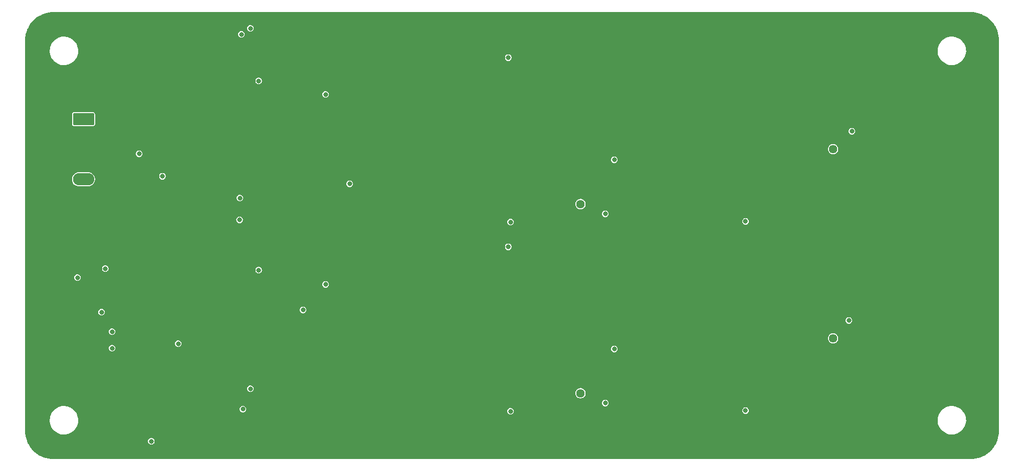
<source format=gbr>
%TF.GenerationSoftware,KiCad,Pcbnew,7.0.10-7.0.10~ubuntu22.04.1*%
%TF.CreationDate,2024-01-03T15:26:10-06:00*%
%TF.ProjectId,aom_driver,616f6d5f-6472-4697-9665-722e6b696361,v1*%
%TF.SameCoordinates,Original*%
%TF.FileFunction,Copper,L3,Inr*%
%TF.FilePolarity,Positive*%
%FSLAX46Y46*%
G04 Gerber Fmt 4.6, Leading zero omitted, Abs format (unit mm)*
G04 Created by KiCad (PCBNEW 7.0.10-7.0.10~ubuntu22.04.1) date 2024-01-03 15:26:10*
%MOMM*%
%LPD*%
G01*
G04 APERTURE LIST*
G04 Aperture macros list*
%AMRoundRect*
0 Rectangle with rounded corners*
0 $1 Rounding radius*
0 $2 $3 $4 $5 $6 $7 $8 $9 X,Y pos of 4 corners*
0 Add a 4 corners polygon primitive as box body*
4,1,4,$2,$3,$4,$5,$6,$7,$8,$9,$2,$3,0*
0 Add four circle primitives for the rounded corners*
1,1,$1+$1,$2,$3*
1,1,$1+$1,$4,$5*
1,1,$1+$1,$6,$7*
1,1,$1+$1,$8,$9*
0 Add four rect primitives between the rounded corners*
20,1,$1+$1,$2,$3,$4,$5,0*
20,1,$1+$1,$4,$5,$6,$7,0*
20,1,$1+$1,$6,$7,$8,$9,0*
20,1,$1+$1,$8,$9,$2,$3,0*%
G04 Aperture macros list end*
%TA.AperFunction,ComponentPad*%
%ADD10C,1.440000*%
%TD*%
%TA.AperFunction,ComponentPad*%
%ADD11C,1.016000*%
%TD*%
%TA.AperFunction,ComponentPad*%
%ADD12RoundRect,0.249999X-1.550001X0.790001X-1.550001X-0.790001X1.550001X-0.790001X1.550001X0.790001X0*%
%TD*%
%TA.AperFunction,ComponentPad*%
%ADD13O,3.600000X2.080000*%
%TD*%
%TA.AperFunction,ViaPad*%
%ADD14C,0.800000*%
%TD*%
%TA.AperFunction,Conductor*%
%ADD15C,0.254000*%
%TD*%
G04 APERTURE END LIST*
D10*
%TO.N,Net-(U17-SET)*%
%TO.C,RV4*%
X162941000Y-126365000D03*
%TO.N,GND*%
X160401000Y-128905000D03*
X157861000Y-126365000D03*
%TD*%
%TO.N,Net-(U5-SET)*%
%TO.C,RV1*%
X205613500Y-85090500D03*
%TO.N,GND*%
X208153500Y-87630500D03*
X205613500Y-90170500D03*
%TD*%
D11*
%TO.N,GND*%
%TO.C,X1*%
X196342500Y-83566500D03*
X196342500Y-75946500D03*
X194945500Y-84963500D03*
X194945500Y-82296500D03*
X194945500Y-77216500D03*
X194945500Y-74676500D03*
X194945500Y-72771500D03*
X193802500Y-81026500D03*
X193802500Y-78486500D03*
X193675500Y-83566500D03*
X193675500Y-74168500D03*
X192405500Y-84963500D03*
X192405500Y-72771500D03*
X191135500Y-83566500D03*
X191135500Y-74168500D03*
X190246500Y-78867500D03*
X189865500Y-82423500D03*
X189865500Y-72771500D03*
X188595500Y-74168500D03*
X187325500Y-82423500D03*
X187325500Y-72771500D03*
X186690500Y-79375500D03*
X186690500Y-76835500D03*
X186055500Y-74168500D03*
X185547500Y-83566500D03*
X185547500Y-80645500D03*
X185547500Y-75565500D03*
X184785500Y-84963500D03*
X184785500Y-72771500D03*
X184150500Y-81915500D03*
X184150500Y-74295500D03*
%TD*%
%TO.N,GND*%
%TO.C,X2*%
X196342000Y-115570000D03*
X196342000Y-107950000D03*
X194945000Y-116967000D03*
X194945000Y-114300000D03*
X194945000Y-109220000D03*
X194945000Y-106680000D03*
X194945000Y-104775000D03*
X193802000Y-113030000D03*
X193802000Y-110490000D03*
X193675000Y-115570000D03*
X193675000Y-106172000D03*
X192405000Y-116967000D03*
X192405000Y-104775000D03*
X191135000Y-115570000D03*
X191135000Y-106172000D03*
X190246000Y-110871000D03*
X189865000Y-114427000D03*
X189865000Y-104775000D03*
X188595000Y-106172000D03*
X187325000Y-114427000D03*
X187325000Y-104775000D03*
X186690000Y-111379000D03*
X186690000Y-108839000D03*
X186055000Y-106172000D03*
X185547000Y-115570000D03*
X185547000Y-112649000D03*
X185547000Y-107569000D03*
X184785000Y-116967000D03*
X184785000Y-104775000D03*
X184150000Y-113919000D03*
X184150000Y-106299000D03*
%TD*%
D10*
%TO.N,Net-(U14-SET)*%
%TO.C,RV3*%
X205613000Y-117094000D03*
%TO.N,GND*%
X208153000Y-119634000D03*
X205613000Y-122174000D03*
%TD*%
%TO.N,Net-(U8-SET)*%
%TO.C,RV2*%
X162941500Y-94361500D03*
%TO.N,GND*%
X160401500Y-96901500D03*
X157861500Y-94361500D03*
%TD*%
D11*
%TO.N,GND*%
%TO.C,FL1*%
X135636500Y-80899500D03*
X135636500Y-72009500D03*
X132461500Y-77724500D03*
X132461500Y-75184500D03*
X129921500Y-77724500D03*
X129921500Y-75184500D03*
X126746500Y-80899500D03*
X126746500Y-72009500D03*
%TD*%
%TO.N,GND*%
%TO.C,FL2*%
X135636000Y-112903000D03*
X135636000Y-104013000D03*
X132461000Y-109728000D03*
X132461000Y-107188000D03*
X129921000Y-109728000D03*
X129921000Y-107188000D03*
X126746000Y-112903000D03*
X126746000Y-104013000D03*
%TD*%
D12*
%TO.N,VDD*%
%TO.C,J3*%
X78994500Y-80010500D03*
D13*
%TO.N,GND*%
X78994500Y-85090500D03*
%TO.N,VEE*%
X78994500Y-90170500D03*
%TD*%
D14*
%TO.N,VDD*%
X105918500Y-129039000D03*
X107188500Y-64643500D03*
X105354500Y-97033500D03*
X88392500Y-85852500D03*
X92329500Y-89662500D03*
%TO.N,GND*%
X201224000Y-117223000D03*
X98806500Y-91313500D03*
X106426500Y-132461500D03*
X129286500Y-130937500D03*
X98806500Y-77597500D03*
X193675500Y-86868500D03*
X169672500Y-131699500D03*
X135311000Y-114556000D03*
X101854500Y-101981500D03*
X213868500Y-131699500D03*
X157607500Y-73025500D03*
X141859500Y-83312500D03*
X172720500Y-99695500D03*
X100330500Y-95885500D03*
X214630500Y-71501500D03*
X140716500Y-67691500D03*
X213106500Y-118745500D03*
X100330500Y-82169500D03*
X107950500Y-100457500D03*
X157607500Y-80645500D03*
X101092500Y-105791500D03*
X120142500Y-68453500D03*
X143383000Y-117094000D03*
X141478500Y-68453500D03*
X110998500Y-132461500D03*
X108712500Y-99695500D03*
X116840500Y-107188500D03*
X91948500Y-121031500D03*
X191770500Y-132461500D03*
X162052500Y-99695500D03*
X130810500Y-132461500D03*
X102616500Y-93599500D03*
X187960500Y-67691500D03*
X139192500Y-67691500D03*
X207010500Y-68453500D03*
X181102500Y-132461500D03*
X182499000Y-107569000D03*
X191770500Y-100457500D03*
X135382500Y-66929500D03*
X139192500Y-99695500D03*
X103378500Y-89789500D03*
X101854500Y-82169500D03*
X99568500Y-98171500D03*
X184912500Y-99695500D03*
X107950500Y-68453500D03*
X133096500Y-99695500D03*
X112522500Y-66929500D03*
X149860500Y-99695500D03*
X213868500Y-127127500D03*
X116840500Y-108458500D03*
X101854500Y-88265500D03*
X143764500Y-131699500D03*
X154432500Y-131699500D03*
X114173000Y-109474000D03*
X126238500Y-98933500D03*
X138430500Y-66929500D03*
X101854500Y-114173500D03*
X207772500Y-131699500D03*
X197104000Y-102870000D03*
X156718500Y-100457500D03*
X98044500Y-101219500D03*
X214630500Y-68453500D03*
X213106500Y-86741500D03*
X214630500Y-114173500D03*
X181102500Y-66929500D03*
X99568500Y-108839500D03*
X102616500Y-105791500D03*
X197866500Y-66929500D03*
X97282500Y-101981500D03*
X170434500Y-132461500D03*
X159004500Y-131699500D03*
X102616500Y-116459500D03*
X100330500Y-111125500D03*
X126238500Y-68453500D03*
X196342500Y-132461500D03*
X127762500Y-130937500D03*
X115570500Y-132461500D03*
X92710500Y-121793500D03*
X207010500Y-130937500D03*
X159766500Y-132461500D03*
X157607000Y-115062000D03*
X214630500Y-132461500D03*
X95758500Y-114173500D03*
X148336500Y-131699500D03*
X193294500Y-132461500D03*
X213106500Y-66929500D03*
X170434500Y-66929500D03*
X212344500Y-131699500D03*
X194945000Y-102870000D03*
X168148500Y-99695500D03*
X123190500Y-98933500D03*
X101854500Y-100457500D03*
X213106500Y-80645500D03*
X144526500Y-100457500D03*
X179578500Y-100457500D03*
X177292500Y-67691500D03*
X182499500Y-75565500D03*
X103378500Y-92837500D03*
X153289000Y-101600000D03*
X98044500Y-114935500D03*
X97282500Y-121793500D03*
X213868500Y-96647500D03*
X152146500Y-132461500D03*
X106426500Y-100457500D03*
X97282500Y-117221500D03*
X118618500Y-66929500D03*
X194945500Y-70866500D03*
X91186500Y-121793500D03*
X121666500Y-66929500D03*
X98044500Y-116459500D03*
X101854500Y-103505500D03*
X120142500Y-132461500D03*
X101854500Y-89789500D03*
X131572500Y-131699500D03*
X154488500Y-92585500D03*
X161290500Y-100457500D03*
X174244500Y-131699500D03*
X118618500Y-132461500D03*
X185674500Y-130937500D03*
X100330500Y-97409500D03*
X213868500Y-108839500D03*
X198247500Y-77216500D03*
X209296500Y-67691500D03*
X210058500Y-98933500D03*
X214630500Y-85217500D03*
X101854500Y-105029500D03*
X109474500Y-100457500D03*
X153670500Y-66929500D03*
X187960500Y-131699500D03*
X99568500Y-96647500D03*
X103378500Y-121793500D03*
X98806500Y-88265500D03*
X149098500Y-98933500D03*
X136906500Y-68453500D03*
X203962500Y-98933500D03*
X89662500Y-114173500D03*
X101854500Y-108077500D03*
X179578500Y-66929500D03*
X114046500Y-98933500D03*
X178054500Y-68453500D03*
X113284500Y-131699500D03*
X150622500Y-132461500D03*
X154940000Y-117094000D03*
X96520500Y-104267500D03*
X159766500Y-130937500D03*
X132334500Y-132461500D03*
X164338500Y-68453500D03*
X181102500Y-130937500D03*
X120904500Y-99695500D03*
X210058500Y-100457500D03*
X213106500Y-68453500D03*
X116459000Y-102108000D03*
X200914500Y-132461500D03*
X130810500Y-98933500D03*
X158242500Y-66929500D03*
X104140500Y-67691500D03*
X149098500Y-66929500D03*
X200914500Y-130937500D03*
X183444500Y-93728500D03*
X103378500Y-100457500D03*
X143764500Y-67691500D03*
X176530500Y-68453500D03*
X158242500Y-130937500D03*
X120142500Y-130937500D03*
X133096500Y-131699500D03*
X102616500Y-87503500D03*
X106426500Y-66929500D03*
X174244500Y-67691500D03*
X213868500Y-102743500D03*
X214630500Y-115697500D03*
X213106500Y-77597500D03*
X167315000Y-108460000D03*
X131572500Y-67691500D03*
X89662500Y-120269500D03*
X152908500Y-67691500D03*
X99568500Y-79883500D03*
X127762500Y-132461500D03*
X127437500Y-82425500D03*
X114991500Y-89537500D03*
X110998500Y-130937500D03*
X191770500Y-98933500D03*
X92710500Y-114173500D03*
X210058500Y-68453500D03*
X141478500Y-100457500D03*
X115697500Y-78486500D03*
X213106500Y-127889500D03*
X97282500Y-120269500D03*
X99568500Y-89027500D03*
X101854500Y-80645500D03*
X102616500Y-131699500D03*
X185674500Y-98933500D03*
X187960500Y-99695500D03*
X168910500Y-98933500D03*
X214630500Y-77597500D03*
X98806500Y-89789500D03*
X123190500Y-100457500D03*
X118618500Y-98933500D03*
X197104500Y-70866500D03*
X186309500Y-86868500D03*
X213106500Y-123317500D03*
X161290500Y-66929500D03*
X178054500Y-66929500D03*
X127762500Y-98933500D03*
X189484500Y-131699500D03*
X127000500Y-99695500D03*
X145288500Y-99695500D03*
X214630500Y-86741500D03*
X108712500Y-67691500D03*
X99568500Y-110363500D03*
X103378500Y-83693500D03*
X100330500Y-92837500D03*
X95758500Y-109601500D03*
X205486500Y-68453500D03*
X95758500Y-118745500D03*
X139192500Y-131699500D03*
X213106500Y-98933500D03*
X159766500Y-66929500D03*
X90043500Y-118237500D03*
X165100500Y-131699500D03*
X164338500Y-66929500D03*
X139954500Y-130937500D03*
X95758500Y-120269500D03*
X175189500Y-90172500D03*
X175768500Y-67691500D03*
X143566500Y-93728500D03*
X147574500Y-100457500D03*
X182626500Y-68453500D03*
X117094500Y-98933500D03*
X211582500Y-130937500D03*
X102616500Y-111887500D03*
X213106500Y-69977500D03*
X124008000Y-120779000D03*
X117856500Y-131699500D03*
X133858500Y-100457500D03*
X207772500Y-67691500D03*
X103378500Y-97409500D03*
X213106500Y-100457500D03*
X175006500Y-100457500D03*
X192405500Y-70866500D03*
X214630500Y-95885500D03*
X99568500Y-116459500D03*
X102616500Y-92075500D03*
X195580500Y-99695500D03*
X213868500Y-92075500D03*
X139954500Y-100457500D03*
X213106500Y-115697500D03*
X101854500Y-77597500D03*
X117094500Y-132461500D03*
X92710500Y-120269500D03*
X124714500Y-130937500D03*
X116332500Y-131699500D03*
X135382500Y-132461500D03*
X208534500Y-100457500D03*
X165862500Y-98933500D03*
X131247500Y-70487500D03*
X113213500Y-91061500D03*
X203962500Y-132461500D03*
X127762500Y-100457500D03*
X104140500Y-131699500D03*
X100330500Y-89789500D03*
X134620500Y-99695500D03*
X104902500Y-66929500D03*
X81788500Y-107569500D03*
X103378500Y-115697500D03*
X123190500Y-132461500D03*
X114046500Y-66929500D03*
X187198500Y-68453500D03*
X155194500Y-68453500D03*
X101854500Y-112649500D03*
X103378500Y-101981500D03*
X159004500Y-67691500D03*
X162814500Y-98933500D03*
X197866500Y-68453500D03*
X122428500Y-67691500D03*
X100330500Y-100457500D03*
X158242500Y-132461500D03*
X121666500Y-132461500D03*
X213106500Y-79121500D03*
X167386500Y-68453500D03*
X166624500Y-99695500D03*
X99568500Y-121031500D03*
X182499000Y-105283000D03*
X164338500Y-132461500D03*
X160528500Y-99695500D03*
X124714500Y-66929500D03*
X151384500Y-131699500D03*
X86995500Y-131699500D03*
X98806500Y-105029500D03*
X159004500Y-99695500D03*
X213868500Y-111887500D03*
X196342500Y-68453500D03*
X148336000Y-101600000D03*
X182499000Y-102870000D03*
X187198500Y-130937500D03*
X213868500Y-93599500D03*
X213106500Y-114173500D03*
X103378500Y-105029500D03*
X198247000Y-106680000D03*
X196342500Y-130937500D03*
X206248500Y-99695500D03*
X114681500Y-97164500D03*
X98806500Y-83693500D03*
X213868500Y-95123500D03*
X117094500Y-100457500D03*
X91948500Y-114935500D03*
X139954500Y-66929500D03*
X107188500Y-99695500D03*
X144526500Y-98933500D03*
X81407500Y-124587500D03*
X126238500Y-132461500D03*
X170434500Y-100457500D03*
X155194500Y-98933500D03*
X95758500Y-108077500D03*
X183388500Y-99695500D03*
X186436500Y-99695500D03*
X107950500Y-130937500D03*
X101854500Y-118745500D03*
X101854500Y-97409500D03*
X109474500Y-66929500D03*
X182372500Y-85344500D03*
X116332500Y-67691500D03*
X103378500Y-118745500D03*
X202438500Y-98933500D03*
X100330500Y-117221500D03*
X147574500Y-98933500D03*
X111760500Y-99695500D03*
X213106500Y-121793500D03*
X184912500Y-67691500D03*
X103378500Y-88265500D03*
X149098500Y-68453500D03*
X102616500Y-130175500D03*
X93091500Y-101346500D03*
X99568500Y-95123500D03*
X120142500Y-98933500D03*
X126238500Y-100457500D03*
X129286500Y-68453500D03*
X104902500Y-68453500D03*
X198247000Y-109220000D03*
X115570500Y-100457500D03*
X101854500Y-109601500D03*
X193294500Y-100457500D03*
X146050500Y-98933500D03*
X155194500Y-132461500D03*
X200716000Y-108333000D03*
X175006500Y-66929500D03*
X100330500Y-86741500D03*
X188722500Y-130937500D03*
X212344500Y-99695500D03*
X124714500Y-132461500D03*
X142240500Y-99695500D03*
X117094500Y-68453500D03*
X108204500Y-82423500D03*
X107950500Y-132461500D03*
X187198500Y-66929500D03*
X213106500Y-108077500D03*
X153218500Y-89918500D03*
X103378500Y-123317500D03*
X105664500Y-99695500D03*
X200914500Y-98933500D03*
X93472500Y-113411500D03*
X143002500Y-98933500D03*
X193294500Y-68453500D03*
X138430500Y-132461500D03*
X205486500Y-98933500D03*
X184150500Y-66929500D03*
X166624500Y-67691500D03*
X101854500Y-106553500D03*
X98806500Y-97409500D03*
X90424500Y-121031500D03*
X201224500Y-85219500D03*
X117094500Y-66929500D03*
X203200500Y-131699500D03*
X173482500Y-98933500D03*
X98806500Y-85217500D03*
X165100500Y-99695500D03*
X98806500Y-101981500D03*
X213868500Y-114935500D03*
X123952500Y-67691500D03*
X103378500Y-117221500D03*
X161290500Y-68453500D03*
X186436500Y-67691500D03*
X214630500Y-109601500D03*
X98806500Y-115697500D03*
X214630500Y-127889500D03*
X115697000Y-110490000D03*
X211582500Y-68453500D03*
X138430500Y-100457500D03*
X167315000Y-114810000D03*
X192532500Y-67691500D03*
X214630500Y-91313500D03*
X117856500Y-67691500D03*
X98806500Y-118745500D03*
X114808500Y-99695500D03*
X96520500Y-113411500D03*
X99568500Y-73787500D03*
X101854500Y-85217500D03*
X168910500Y-130937500D03*
X182499500Y-73279500D03*
X115570500Y-68453500D03*
X141859500Y-74041500D03*
X141478500Y-66929500D03*
X164338500Y-100457500D03*
X205486500Y-100457500D03*
X210058500Y-66929500D03*
X123190500Y-66929500D03*
X192532500Y-99695500D03*
X185674500Y-100457500D03*
X118618500Y-68453500D03*
X175006500Y-98933500D03*
X159766500Y-98933500D03*
X99568500Y-87503500D03*
X187325000Y-102870000D03*
X99568500Y-90551500D03*
X101854500Y-126365500D03*
X213868500Y-110363500D03*
X213868500Y-81407500D03*
X110998500Y-100457500D03*
X128524500Y-67691500D03*
X148336500Y-69596500D03*
X100330500Y-103505500D03*
X143002500Y-132461500D03*
X102616500Y-102743500D03*
X188722500Y-132461500D03*
X94996500Y-113411500D03*
X213106500Y-129413500D03*
X99568500Y-114935500D03*
X96520500Y-107315500D03*
X168910500Y-68453500D03*
X155194500Y-66929500D03*
X99568500Y-101219500D03*
X187198500Y-100457500D03*
X169672500Y-67691500D03*
X137470500Y-89156500D03*
X213868500Y-113411500D03*
X131572500Y-99695500D03*
X177292500Y-131699500D03*
X156718500Y-98933500D03*
X202438500Y-68453500D03*
X133858500Y-68453500D03*
X181864500Y-99695500D03*
X213106500Y-109601500D03*
X98806500Y-114173500D03*
X95758500Y-105029500D03*
X103378500Y-86741500D03*
X132334500Y-68453500D03*
X153670500Y-68453500D03*
X144526500Y-130937500D03*
X162814500Y-130937500D03*
X148336500Y-67691500D03*
X101854500Y-129413500D03*
X167315500Y-76456500D03*
X199390500Y-66929500D03*
X101854500Y-132461500D03*
X213868500Y-116459500D03*
X207772500Y-99695500D03*
X171958500Y-130937500D03*
X171958500Y-132461500D03*
X153670500Y-130937500D03*
X154432500Y-99695500D03*
X157607000Y-107569000D03*
X189865000Y-102870000D03*
X204724500Y-99695500D03*
X213106500Y-106553500D03*
X139954500Y-68453500D03*
X124008500Y-88775500D03*
X141859500Y-80899500D03*
X172720500Y-67691500D03*
X191770500Y-66929500D03*
X171196500Y-131699500D03*
X94234500Y-118745500D03*
X125151000Y-110365000D03*
X99568500Y-84455500D03*
X214630500Y-101981500D03*
X204724500Y-131699500D03*
X145979000Y-117096000D03*
X150622500Y-130937500D03*
X103378500Y-112649500D03*
X175189000Y-122176000D03*
X146050500Y-66929500D03*
X144526500Y-132461500D03*
X101854500Y-92837500D03*
X179578500Y-132461500D03*
X146050500Y-132461500D03*
X161290500Y-98933500D03*
X212344500Y-67691500D03*
X143002500Y-130937500D03*
X162814500Y-66929500D03*
X214630500Y-121793500D03*
X118618500Y-130937500D03*
X213106500Y-126365500D03*
X197866500Y-100457500D03*
X183444000Y-125732000D03*
X195580500Y-131699500D03*
X102616500Y-78359500D03*
X145288500Y-67691500D03*
X110236500Y-67691500D03*
X102616500Y-82931500D03*
X214630500Y-76073500D03*
X136906500Y-98933500D03*
X135382500Y-130937500D03*
X214630500Y-106553500D03*
X214630500Y-105029500D03*
X103378500Y-132461500D03*
X194818500Y-132461500D03*
X121666500Y-98933500D03*
X107950500Y-66929500D03*
X191770500Y-130937500D03*
X112522500Y-98933500D03*
X143383500Y-85090500D03*
X167315500Y-82806500D03*
X185674500Y-132461500D03*
X165862500Y-130937500D03*
X102616500Y-76835500D03*
X109982000Y-102108000D03*
X96520500Y-108839500D03*
X183388500Y-131699500D03*
X98806500Y-106553500D03*
X164338500Y-98933500D03*
X102616500Y-99695500D03*
X200152500Y-99695500D03*
X200914500Y-100457500D03*
X103378500Y-106553500D03*
X152146500Y-130937500D03*
X170434500Y-68453500D03*
X103378500Y-69977500D03*
X103378500Y-71501500D03*
X103378500Y-73025500D03*
X175768500Y-99695500D03*
X210820500Y-99695500D03*
X174244500Y-99695500D03*
X154432500Y-67691500D03*
X100330500Y-98933500D03*
X95758500Y-115697500D03*
X200914500Y-68453500D03*
X97282500Y-106553500D03*
X157480500Y-99695500D03*
X148336500Y-99695500D03*
X190246500Y-98933500D03*
X102616500Y-124079500D03*
X99568500Y-111887500D03*
X95758500Y-106553500D03*
X213868500Y-67691500D03*
X213106500Y-124841500D03*
X175768500Y-131699500D03*
X140716500Y-99695500D03*
X102616500Y-121031500D03*
X213868500Y-125603500D03*
X91186500Y-114173500D03*
X213106500Y-132461500D03*
X130048500Y-99695500D03*
X203200500Y-67691500D03*
X153670500Y-132461500D03*
X173482500Y-68453500D03*
X124714500Y-68453500D03*
X136144500Y-67691500D03*
X214630500Y-129413500D03*
X213106500Y-71501500D03*
X190246500Y-130937500D03*
X208534500Y-66929500D03*
X165862500Y-66929500D03*
X98806500Y-98933500D03*
X149098500Y-100457500D03*
X209296500Y-99695500D03*
X183515500Y-86868500D03*
X95758500Y-112649500D03*
X213868500Y-84455500D03*
X189484500Y-67691500D03*
X98806500Y-92837500D03*
X135382500Y-68453500D03*
X177292500Y-99695500D03*
X120142500Y-100457500D03*
X207010500Y-100457500D03*
X157607500Y-75565500D03*
X182499500Y-70866500D03*
X213106500Y-74549500D03*
X100330500Y-76073500D03*
X213106500Y-95885500D03*
X214630500Y-124841500D03*
X147574500Y-66929500D03*
X181102500Y-98933500D03*
X91186500Y-112649500D03*
X103378500Y-120269500D03*
X213106500Y-105029500D03*
X139954500Y-98933500D03*
X213106500Y-92837500D03*
X101854500Y-120269500D03*
X199390500Y-132461500D03*
X177094500Y-75567500D03*
X199390500Y-100457500D03*
X146812500Y-131699500D03*
X99568500Y-113411500D03*
X106863000Y-115826000D03*
X101854500Y-111125500D03*
X101854500Y-69977500D03*
X137470000Y-121160000D03*
X107950500Y-98933500D03*
X95758500Y-103505500D03*
X101854500Y-95885500D03*
X170561000Y-126619000D03*
X171196500Y-67691500D03*
X106426500Y-98933500D03*
X133096500Y-67691500D03*
X214630500Y-69977500D03*
X201676500Y-67691500D03*
X106426500Y-68453500D03*
X110236500Y-131699500D03*
X150622500Y-98933500D03*
X163576500Y-99695500D03*
X171196500Y-99695500D03*
X137668500Y-67691500D03*
X168148500Y-131699500D03*
X100330500Y-105029500D03*
X102616500Y-84455500D03*
X152146500Y-98933500D03*
X185674500Y-66929500D03*
X98806500Y-95885500D03*
X161290500Y-130937500D03*
X103378500Y-85217500D03*
X101854500Y-130937500D03*
X173482500Y-132461500D03*
X201676500Y-99695500D03*
X102616500Y-122555500D03*
X102616500Y-95123500D03*
X114173500Y-77470500D03*
X103378500Y-66929500D03*
X153218000Y-121922000D03*
X167386500Y-66929500D03*
X99568500Y-82931500D03*
X156718500Y-130937500D03*
X165862500Y-132461500D03*
X178054500Y-130937500D03*
X199390500Y-68453500D03*
X102616500Y-101219500D03*
X141859000Y-106045000D03*
X103378500Y-77597500D03*
X206248500Y-131699500D03*
X109474500Y-132461500D03*
X119761500Y-74676500D03*
X182372000Y-113030000D03*
X99568500Y-92075500D03*
X125476500Y-131699500D03*
X165862500Y-100457500D03*
X114046500Y-100457500D03*
X194818500Y-68453500D03*
X165100500Y-67691500D03*
X141478500Y-130937500D03*
X103378500Y-109601500D03*
X136906500Y-66929500D03*
X98044500Y-117983500D03*
X125151500Y-78361500D03*
X188722500Y-98933500D03*
X213106500Y-88265500D03*
X196342500Y-100457500D03*
X180340500Y-99695500D03*
X100330500Y-121793500D03*
X213106500Y-103505500D03*
X173482500Y-130937500D03*
X98044500Y-121031500D03*
X178816500Y-99695500D03*
X171958500Y-68453500D03*
X147574500Y-130937500D03*
X142240500Y-67691500D03*
X99568500Y-117983500D03*
X129286500Y-66929500D03*
X214630500Y-120269500D03*
X103378500Y-68453500D03*
X179578500Y-98933500D03*
X185674500Y-68453500D03*
X94996500Y-121031500D03*
X213868500Y-130175500D03*
X151384500Y-67691500D03*
X213106500Y-91313500D03*
X120142500Y-66929500D03*
X96520500Y-116459500D03*
X189865500Y-70866500D03*
X155194500Y-100457500D03*
X213106500Y-85217500D03*
X213868500Y-90551500D03*
X94234500Y-120269500D03*
X207010500Y-66929500D03*
X135311500Y-82552500D03*
X167386500Y-100457500D03*
X213106500Y-82169500D03*
X99568500Y-99695500D03*
X202438500Y-66929500D03*
X138430500Y-98933500D03*
X182626500Y-132461500D03*
X121666500Y-100457500D03*
X214630500Y-108077500D03*
X145669000Y-101600000D03*
X176530500Y-130937500D03*
X110998500Y-66929500D03*
X101854500Y-127889500D03*
X209296500Y-131699500D03*
X188722500Y-68453500D03*
X133858500Y-66929500D03*
X214630500Y-117221500D03*
X178816500Y-131699500D03*
X102616500Y-125603500D03*
X95758500Y-117221500D03*
X208534500Y-98933500D03*
X210820500Y-67691500D03*
X214630500Y-103505500D03*
X208534500Y-132461500D03*
X150622500Y-68453500D03*
X104902500Y-130937500D03*
X137668500Y-131699500D03*
X100330500Y-73025500D03*
X152908500Y-131699500D03*
X163576500Y-131699500D03*
X184150500Y-68453500D03*
X166624500Y-131699500D03*
X146812500Y-99695500D03*
X99568500Y-78359500D03*
X213868500Y-98171500D03*
X96520500Y-111887500D03*
X103378500Y-79121500D03*
X156718500Y-66929500D03*
X213868500Y-73787500D03*
X203962500Y-130937500D03*
X116840500Y-75184500D03*
X127437000Y-114429000D03*
X90424500Y-114935500D03*
X97282500Y-105029500D03*
X98044500Y-99695500D03*
X203962500Y-68453500D03*
X160528500Y-131699500D03*
X214630500Y-112649500D03*
X194056500Y-131699500D03*
X127762500Y-68453500D03*
X176530500Y-132461500D03*
X197104500Y-131699500D03*
X102616500Y-67691500D03*
X207010500Y-98933500D03*
X191770500Y-68453500D03*
X103378500Y-108077500D03*
X97282500Y-111125500D03*
X114046500Y-130937500D03*
X101854500Y-79121500D03*
X203962500Y-66929500D03*
X102616500Y-73787500D03*
X193294500Y-98933500D03*
X175570500Y-75567500D03*
X150622500Y-100457500D03*
X114046500Y-68453500D03*
X112522500Y-132461500D03*
X157480500Y-67691500D03*
X133858500Y-132461500D03*
X197866500Y-130937500D03*
X113284500Y-67691500D03*
X108712500Y-131699500D03*
X127000500Y-67691500D03*
X137470000Y-110365000D03*
X97282500Y-103505500D03*
X112522500Y-100457500D03*
X101854500Y-86741500D03*
X101854500Y-66929500D03*
X99568500Y-105791500D03*
X213868500Y-104267500D03*
X178816500Y-67691500D03*
X141478500Y-132461500D03*
X152583500Y-85092500D03*
X101854500Y-91313500D03*
X94996500Y-111887500D03*
X132334500Y-98933500D03*
X102616500Y-108839500D03*
X109474500Y-68453500D03*
X183388500Y-67691500D03*
X214630500Y-74549500D03*
X136906500Y-132461500D03*
X101854500Y-83693500D03*
X182372000Y-117348000D03*
X112522500Y-68453500D03*
X213868500Y-69215500D03*
X162814500Y-68453500D03*
X102616500Y-128651500D03*
X198247500Y-82042500D03*
X184150500Y-132461500D03*
X123952500Y-131699500D03*
X127000500Y-131699500D03*
X102616500Y-113411500D03*
X213868500Y-101219500D03*
X92710500Y-117221500D03*
X121666500Y-130937500D03*
X99568500Y-93599500D03*
X210058500Y-132461500D03*
X204724500Y-67691500D03*
X179578500Y-68453500D03*
X130810500Y-66929500D03*
X213868500Y-107315500D03*
X184150500Y-130937500D03*
X211582500Y-98933500D03*
X198247000Y-114046000D03*
X213106500Y-83693500D03*
X98806500Y-109601500D03*
X181864500Y-67691500D03*
X114681000Y-129168000D03*
X122428500Y-99695500D03*
X170561500Y-94615500D03*
X95758500Y-121793500D03*
X86614500Y-116459500D03*
X180340500Y-67691500D03*
X121285500Y-74549500D03*
X96520500Y-105791500D03*
X134620500Y-67691500D03*
X101092500Y-119507500D03*
X98806500Y-121793500D03*
X121285000Y-106553000D03*
X103378500Y-91313500D03*
X98806500Y-111125500D03*
X129286500Y-98933500D03*
X97282500Y-131445500D03*
X145669500Y-69596500D03*
X184785500Y-70866500D03*
X141859000Y-112903000D03*
X146050500Y-100457500D03*
X96520500Y-102743500D03*
X130048500Y-67691500D03*
X136144500Y-99695500D03*
X213868500Y-85979500D03*
X132334500Y-100457500D03*
X213106500Y-97409500D03*
X213868500Y-70739500D03*
X202438500Y-130937500D03*
X100330500Y-120269500D03*
X130810500Y-68453500D03*
X200716500Y-76329500D03*
X194818500Y-100457500D03*
X144526500Y-66929500D03*
X153670500Y-100457500D03*
X146812500Y-67691500D03*
X95758500Y-101981500D03*
X184150500Y-100457500D03*
X103378500Y-114173500D03*
X101854500Y-68453500D03*
X175006500Y-130937500D03*
X196342500Y-66929500D03*
X152146500Y-100457500D03*
X100330500Y-83693500D03*
X104902500Y-132461500D03*
X165862500Y-68453500D03*
X149860500Y-131699500D03*
X138430500Y-130937500D03*
X214630500Y-82169500D03*
X213868500Y-76835500D03*
X168910500Y-132461500D03*
X103378500Y-127889500D03*
X86741500Y-99441500D03*
X187198000Y-127762000D03*
X117094500Y-130937500D03*
X101854500Y-124841500D03*
X153289500Y-69596500D03*
X123190500Y-68453500D03*
X103378500Y-74549500D03*
X139954500Y-132461500D03*
X213106500Y-117221500D03*
X121666500Y-68453500D03*
X133858500Y-98933500D03*
X194056500Y-99695500D03*
X122428500Y-131699500D03*
X211582500Y-132461500D03*
X187198500Y-132461500D03*
X214630500Y-88265500D03*
X125024500Y-74424500D03*
X188722500Y-100457500D03*
X101854500Y-71501500D03*
X98806500Y-112649500D03*
X115570500Y-130937500D03*
X114808500Y-67691500D03*
X162814500Y-132461500D03*
X213106500Y-89789500D03*
X175006500Y-68453500D03*
X96520500Y-110363500D03*
X213868500Y-119507500D03*
X102616500Y-72263500D03*
X162052500Y-67691500D03*
X193294500Y-130937500D03*
X86741500Y-70739500D03*
X177094000Y-107571000D03*
X213106500Y-120269500D03*
X163576000Y-114935000D03*
X181102500Y-100457500D03*
X137216000Y-106428000D03*
X102616500Y-90551500D03*
X213106500Y-112649500D03*
X145288500Y-131699500D03*
X198247500Y-74676500D03*
X145979500Y-85092500D03*
X149098500Y-132461500D03*
X200914500Y-66929500D03*
X213868500Y-105791500D03*
X195580500Y-67691500D03*
X137470500Y-78361500D03*
X197104500Y-67691500D03*
X130810500Y-100457500D03*
X210241500Y-76202500D03*
X96520500Y-117983500D03*
X160782500Y-90043500D03*
X211582500Y-100457500D03*
X190246500Y-132461500D03*
X128524500Y-99695500D03*
X114991000Y-121541000D03*
X170434500Y-98933500D03*
X99568500Y-81407500D03*
X127762500Y-66929500D03*
X152908500Y-99695500D03*
X106426500Y-130937500D03*
X186436500Y-131699500D03*
X103378500Y-111125500D03*
X144526500Y-68453500D03*
X102616500Y-117983500D03*
X180340500Y-131699500D03*
X178054500Y-132461500D03*
X196342500Y-98933500D03*
X102616500Y-85979500D03*
X199390500Y-98933500D03*
X90043500Y-116967500D03*
X214630500Y-100457500D03*
X164338500Y-130937500D03*
X115570500Y-98933500D03*
X98806500Y-94361500D03*
X213868500Y-89027500D03*
X214630500Y-94361500D03*
X143002500Y-68453500D03*
X98806500Y-76073500D03*
X110998500Y-98933500D03*
X102616500Y-96647500D03*
X194818500Y-66929500D03*
X126238500Y-66929500D03*
X86614500Y-118110500D03*
X102616500Y-69215500D03*
X213868500Y-82931500D03*
X187198500Y-95758500D03*
X213868500Y-87503500D03*
X102616500Y-104267500D03*
X119380500Y-67691500D03*
X123190500Y-130937500D03*
X96520500Y-101219500D03*
X214630500Y-118745500D03*
X119560790Y-106960895D03*
X141859000Y-110617000D03*
X213868500Y-117983500D03*
X129286500Y-100457500D03*
X100330500Y-91313500D03*
X103378500Y-124841500D03*
X103378500Y-130937500D03*
X110236500Y-99695500D03*
X102616500Y-81407500D03*
X213868500Y-75311500D03*
X125024000Y-106428000D03*
X198247500Y-72644500D03*
X92710500Y-112649500D03*
X205486500Y-132461500D03*
X94234500Y-121793500D03*
X199390500Y-130937500D03*
X142240500Y-131699500D03*
X198247000Y-104648000D03*
X186309000Y-118872000D03*
X152146500Y-66929500D03*
X171958500Y-98933500D03*
X214630500Y-98933500D03*
X155194500Y-130937500D03*
X152146500Y-68453500D03*
X190754500Y-86868500D03*
X91948500Y-113411500D03*
X178054500Y-98933500D03*
X214630500Y-89789500D03*
X103378500Y-129413500D03*
X182626500Y-130937500D03*
X133858500Y-130937500D03*
X97282500Y-109601500D03*
X214630500Y-66929500D03*
X101092500Y-73787500D03*
X213106500Y-76073500D03*
X197104500Y-99695500D03*
X119380500Y-99695500D03*
X162814500Y-100457500D03*
X98806500Y-82169500D03*
X109982500Y-70104500D03*
X109474500Y-98933500D03*
X129286500Y-132461500D03*
X182626500Y-100457500D03*
X101854500Y-123317500D03*
X184150500Y-98933500D03*
X102616500Y-127127500D03*
X160528500Y-67691500D03*
X104902500Y-98933500D03*
X90424500Y-113411500D03*
X116388500Y-73154500D03*
X193294500Y-66929500D03*
X91186500Y-120269500D03*
X136906500Y-130937500D03*
X176530500Y-100457500D03*
X103378500Y-80645500D03*
X100330500Y-114173500D03*
X157607000Y-112649000D03*
X191008500Y-99695500D03*
X138430500Y-68453500D03*
X100330500Y-112649500D03*
X97282500Y-100457500D03*
X175006500Y-132461500D03*
X98806500Y-74549500D03*
X214630500Y-97409500D03*
X103378500Y-98933500D03*
X156718500Y-68453500D03*
X101092500Y-104267500D03*
X101854500Y-117221500D03*
X214630500Y-92837500D03*
X116388000Y-105158000D03*
X159766500Y-68453500D03*
X131247000Y-102491000D03*
X167386500Y-130937500D03*
X182626500Y-66929500D03*
X198628500Y-67691500D03*
X103378500Y-76073500D03*
X114808500Y-131699500D03*
X210241000Y-108206000D03*
X200152500Y-67691500D03*
X94234500Y-115697500D03*
X160782000Y-122047000D03*
X170434500Y-130937500D03*
X116332500Y-99695500D03*
X102616500Y-110363500D03*
X102616500Y-98171500D03*
X100330500Y-74549500D03*
X156718500Y-132461500D03*
X207010500Y-132461500D03*
X124714500Y-100457500D03*
X98044500Y-102743500D03*
X213868500Y-128651500D03*
X125476500Y-99695500D03*
X198628500Y-99695500D03*
X100330500Y-80645500D03*
X101092500Y-75311500D03*
X97282500Y-108077500D03*
X168910500Y-66929500D03*
X98806500Y-86741500D03*
X167386500Y-132461500D03*
X213868500Y-78359500D03*
X179578500Y-130937500D03*
X213868500Y-122555500D03*
X190246500Y-100457500D03*
X176530500Y-66929500D03*
X132334500Y-130937500D03*
X99568500Y-104267500D03*
X194818500Y-130937500D03*
X118618500Y-100457500D03*
X123952500Y-99695500D03*
X214630500Y-130937500D03*
X101092500Y-121031500D03*
X176530500Y-98933500D03*
X94234500Y-117221500D03*
X182372500Y-83185500D03*
X154940500Y-85090500D03*
X155956500Y-131699500D03*
X120904500Y-67691500D03*
X214630500Y-83693500D03*
X172720500Y-131699500D03*
X191008500Y-67691500D03*
X89662500Y-112649500D03*
X205486500Y-66929500D03*
X94234500Y-114173500D03*
X98806500Y-108077500D03*
X178054500Y-100457500D03*
X149860500Y-67691500D03*
X124714500Y-98933500D03*
X99568500Y-75311500D03*
X167386500Y-98933500D03*
X119380500Y-131699500D03*
X175570000Y-107571000D03*
X97282500Y-115697500D03*
X203962500Y-100457500D03*
X205486500Y-130937500D03*
X137216500Y-74424500D03*
X99568500Y-107315500D03*
X113213000Y-123065000D03*
X102616500Y-70739500D03*
X181864500Y-131699500D03*
X158242500Y-100457500D03*
X103378500Y-103505500D03*
X147574500Y-132461500D03*
X202438500Y-132461500D03*
X149098500Y-130937500D03*
X134620500Y-131699500D03*
X103378500Y-82169500D03*
X202438500Y-100457500D03*
X100330500Y-79121500D03*
X109474500Y-130937500D03*
X194818500Y-98933500D03*
X103378500Y-95885500D03*
X116459500Y-70104500D03*
X162052500Y-131699500D03*
X190246500Y-66929500D03*
X173482500Y-100457500D03*
X101092500Y-102743500D03*
X198247500Y-84582500D03*
X102616500Y-79883500D03*
X151384500Y-99695500D03*
X213106500Y-111125500D03*
X121595500Y-83822500D03*
X187198500Y-98933500D03*
X100330500Y-109601500D03*
X150622500Y-66929500D03*
X103378500Y-94361500D03*
X158242500Y-68453500D03*
X98806500Y-120269500D03*
X192532500Y-131699500D03*
X192405000Y-102870000D03*
X163576500Y-82931500D03*
X157480500Y-131699500D03*
X188722500Y-66929500D03*
X213868500Y-99695500D03*
X120904500Y-131699500D03*
X213868500Y-72263500D03*
X208534500Y-130937500D03*
X115570500Y-66929500D03*
X101854500Y-74549500D03*
X184912500Y-131699500D03*
X194056500Y-67691500D03*
X100330500Y-88265500D03*
X113284500Y-99695500D03*
X214630500Y-123317500D03*
X104140500Y-99695500D03*
X210058500Y-130937500D03*
X94996500Y-116459500D03*
X125476500Y-67691500D03*
X141859500Y-78613500D03*
X101854500Y-94361500D03*
X143002500Y-100457500D03*
X93472500Y-116459500D03*
X98806500Y-79121500D03*
X137668500Y-99695500D03*
X102616500Y-114935500D03*
X213106500Y-130937500D03*
X214630500Y-80645500D03*
X93472500Y-121031500D03*
X100330500Y-77597500D03*
X187325500Y-70866500D03*
X95758500Y-111125500D03*
X141478500Y-98933500D03*
X128524500Y-131699500D03*
X183515000Y-118872000D03*
X116840500Y-76454500D03*
X159766500Y-100457500D03*
X213868500Y-124079500D03*
X214630500Y-79121500D03*
X201676500Y-131699500D03*
X146050500Y-68453500D03*
X98806500Y-100457500D03*
X192969500Y-90045500D03*
X121595000Y-115826000D03*
X147574500Y-68453500D03*
X140716500Y-131699500D03*
X184785000Y-102870000D03*
X171958500Y-100457500D03*
X182626500Y-98933500D03*
X154488000Y-124589000D03*
X214630500Y-73025500D03*
X102616500Y-119507500D03*
X104902500Y-100457500D03*
X112522500Y-130937500D03*
X103378500Y-126365500D03*
X97282500Y-118745500D03*
X208534500Y-68453500D03*
X132334500Y-66929500D03*
X136144500Y-131699500D03*
X97282500Y-112649500D03*
X126238500Y-130937500D03*
X182372500Y-81026500D03*
X143566000Y-125732000D03*
X110998500Y-68453500D03*
X152583000Y-117096000D03*
X213868500Y-121031500D03*
X100330500Y-94361500D03*
X203200500Y-99695500D03*
X146050500Y-130937500D03*
X100330500Y-115697500D03*
X198628500Y-131699500D03*
X169672500Y-99695500D03*
X143764500Y-99695500D03*
X171958500Y-66929500D03*
X157607500Y-83058500D03*
X99568500Y-85979500D03*
X173482500Y-66929500D03*
X190246500Y-68453500D03*
X191008500Y-131699500D03*
X98806500Y-80645500D03*
X181102500Y-68453500D03*
X213106500Y-73025500D03*
X182372000Y-115189000D03*
X100330500Y-85217500D03*
X101854500Y-98933500D03*
X157607000Y-105029000D03*
X135382500Y-98933500D03*
X100330500Y-108077500D03*
X136906500Y-100457500D03*
X163576500Y-67691500D03*
X189484500Y-99695500D03*
X211582500Y-66929500D03*
X101854500Y-73025500D03*
X101854500Y-115697500D03*
X213106500Y-94361500D03*
X213868500Y-79883500D03*
X141859000Y-115316000D03*
X158242500Y-98933500D03*
X155956500Y-99695500D03*
X130048500Y-131699500D03*
X190754000Y-118872000D03*
X143002500Y-66929500D03*
X168910500Y-100457500D03*
X193675000Y-118872000D03*
X198247000Y-116586000D03*
X155956500Y-67691500D03*
X161290500Y-132461500D03*
X192969000Y-122049000D03*
X114046500Y-132461500D03*
X89662500Y-121793500D03*
X117856500Y-99695500D03*
X197866500Y-132461500D03*
X214630500Y-126365500D03*
X100330500Y-106553500D03*
X213106500Y-101981500D03*
X99568500Y-76835500D03*
X153670500Y-98933500D03*
X101854500Y-121793500D03*
X130810500Y-130937500D03*
X135382500Y-100457500D03*
X98806500Y-117221500D03*
X168148500Y-67691500D03*
X197866500Y-98933500D03*
X214630500Y-111125500D03*
X94234500Y-112649500D03*
X102616500Y-89027500D03*
X200152500Y-131699500D03*
X96520500Y-121031500D03*
X206248500Y-67691500D03*
X210820500Y-131699500D03*
%TO.N,Net-(C12-Pad1)*%
X190810500Y-97284500D03*
X151130500Y-97409500D03*
X167132500Y-96012500D03*
X208788500Y-82042500D03*
%TO.N,/F1/+5V*%
X123952500Y-90932500D03*
X108585500Y-73533500D03*
%TO.N,VEE*%
X105664500Y-65659500D03*
X105410500Y-93345500D03*
X107188500Y-125603000D03*
X90446000Y-134493500D03*
%TO.N,/F1/VVA_TUNE*%
X168656500Y-86868500D03*
X150750500Y-69596500D03*
%TO.N,/+5V_SW*%
X83820500Y-115951500D03*
X83820500Y-118745500D03*
%TO.N,/F2/+5V*%
X108585000Y-105537000D03*
X116078500Y-112268500D03*
%TO.N,/F2/VVA_TUNE*%
X150750000Y-101600000D03*
X168656000Y-118872000D03*
%TO.N,SW*%
X77978500Y-106807500D03*
X119888000Y-107950000D03*
X82042500Y-112649500D03*
X82677500Y-105283500D03*
X119888500Y-75819500D03*
X94996500Y-117983500D03*
%TO.N,Net-(C27-Pad1)*%
X190810000Y-129288000D03*
X208280000Y-114046000D03*
X167132000Y-128016000D03*
X151130000Y-129413000D03*
%TD*%
D15*
%TO.N,/F1/VVA_TUNE*%
X150750500Y-69596500D02*
X150749500Y-69597500D01*
%TO.N,/F2/VVA_TUNE*%
X150750000Y-101600000D02*
X150749000Y-101601000D01*
%TD*%
%TA.AperFunction,Conductor*%
%TO.N,GND*%
G36*
X228856149Y-61896072D02*
G01*
X229267779Y-61914043D01*
X229274299Y-61914613D01*
X229681223Y-61968186D01*
X229687649Y-61969320D01*
X230088326Y-62058148D01*
X230094646Y-62059842D01*
X230486054Y-62183253D01*
X230492219Y-62185496D01*
X230623841Y-62240015D01*
X230871382Y-62342550D01*
X230877310Y-62345315D01*
X231241338Y-62534816D01*
X231247019Y-62538096D01*
X231593140Y-62758599D01*
X231598514Y-62762362D01*
X231924101Y-63012195D01*
X231929126Y-63016412D01*
X232099765Y-63172773D01*
X232231702Y-63293670D01*
X232236335Y-63298303D01*
X232513587Y-63600873D01*
X232517804Y-63605898D01*
X232767637Y-63931485D01*
X232771400Y-63936859D01*
X232991903Y-64282980D01*
X232995183Y-64288661D01*
X233184680Y-64652680D01*
X233187453Y-64658626D01*
X233344503Y-65037780D01*
X233346746Y-65043945D01*
X233470157Y-65435353D01*
X233471855Y-65441690D01*
X233560676Y-65842333D01*
X233561816Y-65848793D01*
X233615385Y-66255692D01*
X233615956Y-66262228D01*
X233633928Y-66673850D01*
X233634000Y-66677130D01*
X233634000Y-132713869D01*
X233633928Y-132717149D01*
X233615956Y-133128771D01*
X233615385Y-133135307D01*
X233561816Y-133542206D01*
X233560676Y-133548666D01*
X233471855Y-133949309D01*
X233470157Y-133955646D01*
X233346746Y-134347054D01*
X233344503Y-134353219D01*
X233187453Y-134732373D01*
X233184680Y-134738319D01*
X232995183Y-135102338D01*
X232991903Y-135108019D01*
X232771400Y-135454140D01*
X232767637Y-135459514D01*
X232517804Y-135785101D01*
X232513587Y-135790126D01*
X232236335Y-136092696D01*
X232231696Y-136097335D01*
X231929126Y-136374587D01*
X231924101Y-136378804D01*
X231598514Y-136628637D01*
X231593140Y-136632400D01*
X231247019Y-136852903D01*
X231241338Y-136856183D01*
X230877319Y-137045680D01*
X230871373Y-137048453D01*
X230492219Y-137205503D01*
X230486054Y-137207746D01*
X230094646Y-137331157D01*
X230088309Y-137332855D01*
X229687666Y-137421676D01*
X229681206Y-137422816D01*
X229274307Y-137476385D01*
X229267771Y-137476956D01*
X228856149Y-137494928D01*
X228852869Y-137495000D01*
X73916131Y-137495000D01*
X73912851Y-137494928D01*
X73501228Y-137476956D01*
X73494692Y-137476385D01*
X73087793Y-137422816D01*
X73081333Y-137421676D01*
X72680690Y-137332855D01*
X72674353Y-137331157D01*
X72282945Y-137207746D01*
X72276780Y-137205503D01*
X71897626Y-137048453D01*
X71891680Y-137045680D01*
X71527661Y-136856183D01*
X71521980Y-136852903D01*
X71175859Y-136632400D01*
X71170485Y-136628637D01*
X70844898Y-136378804D01*
X70839873Y-136374587D01*
X70644853Y-136195886D01*
X70537297Y-136097329D01*
X70532670Y-136092702D01*
X70305380Y-135844657D01*
X70255412Y-135790126D01*
X70251195Y-135785101D01*
X70001362Y-135459514D01*
X69997599Y-135454140D01*
X69777096Y-135108019D01*
X69773816Y-135102338D01*
X69708285Y-134976454D01*
X69584315Y-134738310D01*
X69581550Y-134732382D01*
X69482602Y-134493500D01*
X89888329Y-134493500D01*
X89907331Y-134637836D01*
X89963043Y-134772336D01*
X89963044Y-134772338D01*
X89963045Y-134772339D01*
X90051666Y-134887833D01*
X90167160Y-134976454D01*
X90167164Y-134976457D01*
X90301664Y-135032169D01*
X90446000Y-135051171D01*
X90590336Y-135032169D01*
X90724836Y-134976457D01*
X90840333Y-134887833D01*
X90928957Y-134772336D01*
X90984669Y-134637836D01*
X91003671Y-134493500D01*
X90984669Y-134349164D01*
X90928957Y-134214665D01*
X90928955Y-134214662D01*
X90840333Y-134099166D01*
X90724839Y-134010545D01*
X90724838Y-134010544D01*
X90724836Y-134010543D01*
X90637891Y-133974529D01*
X90590337Y-133954831D01*
X90446000Y-133935829D01*
X90301662Y-133954831D01*
X90167163Y-134010544D01*
X90167162Y-134010544D01*
X90051666Y-134099166D01*
X89963044Y-134214662D01*
X89963044Y-134214663D01*
X89907331Y-134349162D01*
X89906797Y-134353219D01*
X89888329Y-134493500D01*
X69482602Y-134493500D01*
X69424496Y-134353219D01*
X69422253Y-134347054D01*
X69298842Y-133955646D01*
X69297148Y-133949326D01*
X69208320Y-133548649D01*
X69207186Y-133542223D01*
X69153613Y-133135299D01*
X69153043Y-133128771D01*
X69145536Y-132956836D01*
X69135072Y-132717149D01*
X69135000Y-132713869D01*
X69135000Y-130860282D01*
X73284287Y-130860282D01*
X73294183Y-131168851D01*
X73294185Y-131168870D01*
X73343460Y-131473655D01*
X73431305Y-131769634D01*
X73431307Y-131769641D01*
X73556282Y-132051962D01*
X73716332Y-132315980D01*
X73716338Y-132315988D01*
X73908837Y-132557376D01*
X74130622Y-132772163D01*
X74378051Y-132956824D01*
X74378069Y-132956836D01*
X74647073Y-133108336D01*
X74647075Y-133108336D01*
X74647079Y-133108339D01*
X74801512Y-133170862D01*
X74933260Y-133224201D01*
X74933261Y-133224201D01*
X74933263Y-133224202D01*
X75231913Y-133302518D01*
X75538126Y-133342000D01*
X75538128Y-133342000D01*
X75769592Y-133342000D01*
X75769599Y-133342000D01*
X75809149Y-133339460D01*
X76000604Y-133327169D01*
X76000607Y-133327168D01*
X76000614Y-133327168D01*
X76303668Y-133268149D01*
X76596687Y-133170860D01*
X76874859Y-133036899D01*
X77133617Y-132868466D01*
X77368712Y-132668327D01*
X77576284Y-132439768D01*
X77752924Y-132186541D01*
X77895731Y-131912805D01*
X78002362Y-131623055D01*
X78071065Y-131322048D01*
X78100712Y-131014727D01*
X78095759Y-130860282D01*
X223271287Y-130860282D01*
X223281183Y-131168851D01*
X223281185Y-131168870D01*
X223330460Y-131473655D01*
X223418305Y-131769634D01*
X223418307Y-131769641D01*
X223543282Y-132051962D01*
X223703332Y-132315980D01*
X223703338Y-132315988D01*
X223895837Y-132557376D01*
X224117622Y-132772163D01*
X224365051Y-132956824D01*
X224365069Y-132956836D01*
X224634073Y-133108336D01*
X224634075Y-133108336D01*
X224634079Y-133108339D01*
X224788512Y-133170862D01*
X224920260Y-133224201D01*
X224920261Y-133224201D01*
X224920263Y-133224202D01*
X225218913Y-133302518D01*
X225525126Y-133342000D01*
X225525128Y-133342000D01*
X225756592Y-133342000D01*
X225756599Y-133342000D01*
X225796149Y-133339460D01*
X225987604Y-133327169D01*
X225987607Y-133327168D01*
X225987614Y-133327168D01*
X226290668Y-133268149D01*
X226583687Y-133170860D01*
X226861859Y-133036899D01*
X227120617Y-132868466D01*
X227355712Y-132668327D01*
X227563284Y-132439768D01*
X227739924Y-132186541D01*
X227882731Y-131912805D01*
X227989362Y-131623055D01*
X228058065Y-131322048D01*
X228087712Y-131014727D01*
X228077816Y-130706137D01*
X228028540Y-130401347D01*
X227940693Y-130105360D01*
X227815717Y-129823037D01*
X227655664Y-129559014D01*
X227463334Y-129317839D01*
X227463162Y-129317623D01*
X227241377Y-129102836D01*
X226993948Y-128918175D01*
X226993930Y-128918163D01*
X226724926Y-128766663D01*
X226438739Y-128650798D01*
X226271153Y-128606852D01*
X226140087Y-128572482D01*
X225833874Y-128533000D01*
X225602401Y-128533000D01*
X225602396Y-128533000D01*
X225602370Y-128533001D01*
X225371395Y-128547830D01*
X225371384Y-128547832D01*
X225068336Y-128606850D01*
X225068327Y-128606852D01*
X224775321Y-128704137D01*
X224775310Y-128704141D01*
X224497145Y-128838098D01*
X224497136Y-128838103D01*
X224238385Y-129006531D01*
X224003287Y-129206673D01*
X223795719Y-129435228D01*
X223795714Y-129435234D01*
X223619077Y-129688456D01*
X223619073Y-129688463D01*
X223476271Y-129962189D01*
X223369638Y-130251943D01*
X223300935Y-130552952D01*
X223271287Y-130860282D01*
X78095759Y-130860282D01*
X78090816Y-130706137D01*
X78041540Y-130401347D01*
X77953693Y-130105360D01*
X77828717Y-129823037D01*
X77668664Y-129559014D01*
X77476334Y-129317839D01*
X77476162Y-129317623D01*
X77254377Y-129102836D01*
X77168843Y-129039000D01*
X105360829Y-129039000D01*
X105379831Y-129183337D01*
X105399529Y-129230891D01*
X105435543Y-129317836D01*
X105435544Y-129317838D01*
X105435545Y-129317839D01*
X105524166Y-129433333D01*
X105639660Y-129521954D01*
X105639664Y-129521957D01*
X105774164Y-129577669D01*
X105918500Y-129596671D01*
X106062836Y-129577669D01*
X106197336Y-129521957D01*
X106312833Y-129433333D01*
X106328435Y-129413000D01*
X150572329Y-129413000D01*
X150591331Y-129557337D01*
X150592026Y-129559014D01*
X150647043Y-129691836D01*
X150647044Y-129691838D01*
X150647045Y-129691839D01*
X150735666Y-129807333D01*
X150851160Y-129895954D01*
X150851164Y-129895957D01*
X150985664Y-129951669D01*
X151130000Y-129970671D01*
X151274336Y-129951669D01*
X151408836Y-129895957D01*
X151524333Y-129807333D01*
X151612957Y-129691836D01*
X151668669Y-129557336D01*
X151687671Y-129413000D01*
X151671215Y-129288000D01*
X190252329Y-129288000D01*
X190271331Y-129432337D01*
X190272531Y-129435234D01*
X190327043Y-129566836D01*
X190327044Y-129566838D01*
X190327045Y-129566839D01*
X190415666Y-129682333D01*
X190428055Y-129691839D01*
X190531164Y-129770957D01*
X190665664Y-129826669D01*
X190810000Y-129845671D01*
X190954336Y-129826669D01*
X191088836Y-129770957D01*
X191204333Y-129682333D01*
X191292957Y-129566836D01*
X191348669Y-129432336D01*
X191367671Y-129288000D01*
X191348669Y-129143664D01*
X191292957Y-129009165D01*
X191232246Y-128930044D01*
X191204333Y-128893666D01*
X191088839Y-128805045D01*
X191088838Y-128805044D01*
X191088836Y-128805043D01*
X190996174Y-128766661D01*
X190954337Y-128749331D01*
X190810000Y-128730329D01*
X190665662Y-128749331D01*
X190531163Y-128805044D01*
X190531162Y-128805044D01*
X190415666Y-128893666D01*
X190327044Y-129009162D01*
X190327044Y-129009163D01*
X190271331Y-129143662D01*
X190252329Y-129288000D01*
X151671215Y-129288000D01*
X151668669Y-129268664D01*
X151612957Y-129134165D01*
X151588918Y-129102836D01*
X151524333Y-129018666D01*
X151408839Y-128930045D01*
X151408838Y-128930044D01*
X151408836Y-128930043D01*
X151321015Y-128893666D01*
X151274337Y-128874331D01*
X151130000Y-128855329D01*
X150985662Y-128874331D01*
X150851163Y-128930044D01*
X150851162Y-128930044D01*
X150735666Y-129018666D01*
X150647044Y-129134162D01*
X150647044Y-129134163D01*
X150591331Y-129268662D01*
X150572329Y-129413000D01*
X106328435Y-129413000D01*
X106401457Y-129317836D01*
X106457169Y-129183336D01*
X106476171Y-129039000D01*
X106457169Y-128894664D01*
X106401457Y-128760165D01*
X106393144Y-128749331D01*
X106312833Y-128644666D01*
X106197339Y-128556045D01*
X106197338Y-128556044D01*
X106197336Y-128556043D01*
X106110391Y-128520029D01*
X106062837Y-128500331D01*
X105918500Y-128481329D01*
X105774162Y-128500331D01*
X105639663Y-128556044D01*
X105639662Y-128556044D01*
X105524166Y-128644666D01*
X105435544Y-128760162D01*
X105435544Y-128760163D01*
X105435543Y-128760164D01*
X105435543Y-128760165D01*
X105425985Y-128783238D01*
X105379831Y-128894662D01*
X105360829Y-129039000D01*
X77168843Y-129039000D01*
X77006948Y-128918175D01*
X77006930Y-128918163D01*
X76737926Y-128766663D01*
X76451739Y-128650798D01*
X76284153Y-128606852D01*
X76153087Y-128572482D01*
X75846874Y-128533000D01*
X75615401Y-128533000D01*
X75615396Y-128533000D01*
X75615370Y-128533001D01*
X75384395Y-128547830D01*
X75384384Y-128547832D01*
X75081336Y-128606850D01*
X75081327Y-128606852D01*
X74788321Y-128704137D01*
X74788310Y-128704141D01*
X74510145Y-128838098D01*
X74510136Y-128838103D01*
X74251385Y-129006531D01*
X74016287Y-129206673D01*
X73808719Y-129435228D01*
X73808714Y-129435234D01*
X73632077Y-129688456D01*
X73632073Y-129688463D01*
X73489271Y-129962189D01*
X73382638Y-130251943D01*
X73313935Y-130552952D01*
X73284287Y-130860282D01*
X69135000Y-130860282D01*
X69135000Y-128016000D01*
X166574329Y-128016000D01*
X166593331Y-128160336D01*
X166649043Y-128294836D01*
X166649044Y-128294838D01*
X166649045Y-128294839D01*
X166737666Y-128410333D01*
X166853160Y-128498954D01*
X166853164Y-128498957D01*
X166987664Y-128554669D01*
X167132000Y-128573671D01*
X167276336Y-128554669D01*
X167410836Y-128498957D01*
X167526333Y-128410333D01*
X167614957Y-128294836D01*
X167670669Y-128160336D01*
X167689671Y-128016000D01*
X167670669Y-127871664D01*
X167614957Y-127737165D01*
X167614955Y-127737162D01*
X167526333Y-127621666D01*
X167410839Y-127533045D01*
X167410838Y-127533044D01*
X167410836Y-127533043D01*
X167323891Y-127497029D01*
X167276337Y-127477331D01*
X167132000Y-127458329D01*
X166987662Y-127477331D01*
X166853163Y-127533044D01*
X166853162Y-127533044D01*
X166737666Y-127621666D01*
X166649044Y-127737162D01*
X166649044Y-127737163D01*
X166593331Y-127871662D01*
X166593331Y-127871664D01*
X166574329Y-128016000D01*
X69135000Y-128016000D01*
X69135000Y-126365000D01*
X162063292Y-126365000D01*
X162082472Y-126547487D01*
X162139171Y-126721991D01*
X162139174Y-126721998D01*
X162230916Y-126880900D01*
X162230917Y-126880902D01*
X162353700Y-127017266D01*
X162502142Y-127125115D01*
X162502145Y-127125116D01*
X162502146Y-127125117D01*
X162669773Y-127199750D01*
X162849255Y-127237900D01*
X162849257Y-127237900D01*
X163032743Y-127237900D01*
X163032745Y-127237900D01*
X163212227Y-127199750D01*
X163379854Y-127125117D01*
X163379857Y-127125115D01*
X163528299Y-127017266D01*
X163528301Y-127017264D01*
X163651081Y-126880904D01*
X163742826Y-126721996D01*
X163799528Y-126547486D01*
X163818708Y-126365000D01*
X163799528Y-126182514D01*
X163768154Y-126085954D01*
X163742828Y-126008008D01*
X163742825Y-126008001D01*
X163651083Y-125849099D01*
X163651082Y-125849097D01*
X163528299Y-125712733D01*
X163379857Y-125604884D01*
X163212228Y-125530250D01*
X163152399Y-125517533D01*
X163032745Y-125492100D01*
X162849255Y-125492100D01*
X162759514Y-125511175D01*
X162669771Y-125530250D01*
X162502142Y-125604884D01*
X162353700Y-125712733D01*
X162230917Y-125849097D01*
X162230916Y-125849099D01*
X162139174Y-126008001D01*
X162139171Y-126008008D01*
X162082472Y-126182512D01*
X162063292Y-126365000D01*
X69135000Y-126365000D01*
X69135000Y-125603000D01*
X106630829Y-125603000D01*
X106649831Y-125747336D01*
X106705543Y-125881836D01*
X106705544Y-125881838D01*
X106705545Y-125881839D01*
X106794166Y-125997333D01*
X106909660Y-126085954D01*
X106909664Y-126085957D01*
X107044164Y-126141669D01*
X107188500Y-126160671D01*
X107332836Y-126141669D01*
X107467336Y-126085957D01*
X107582833Y-125997333D01*
X107671457Y-125881836D01*
X107727169Y-125747336D01*
X107746171Y-125603000D01*
X107727169Y-125458664D01*
X107671457Y-125324165D01*
X107671455Y-125324162D01*
X107582833Y-125208666D01*
X107467339Y-125120045D01*
X107467338Y-125120044D01*
X107467336Y-125120043D01*
X107380391Y-125084029D01*
X107332837Y-125064331D01*
X107188500Y-125045329D01*
X107044162Y-125064331D01*
X106909663Y-125120044D01*
X106909662Y-125120044D01*
X106794166Y-125208666D01*
X106705544Y-125324162D01*
X106705544Y-125324163D01*
X106649831Y-125458662D01*
X106630829Y-125603000D01*
X69135000Y-125603000D01*
X69135000Y-118745500D01*
X83262829Y-118745500D01*
X83281831Y-118889836D01*
X83337543Y-119024336D01*
X83337544Y-119024338D01*
X83337545Y-119024339D01*
X83426166Y-119139833D01*
X83541660Y-119228454D01*
X83541664Y-119228457D01*
X83676164Y-119284169D01*
X83820500Y-119303171D01*
X83964836Y-119284169D01*
X84099336Y-119228457D01*
X84214833Y-119139833D01*
X84303457Y-119024336D01*
X84359169Y-118889836D01*
X84361517Y-118872000D01*
X168098329Y-118872000D01*
X168117331Y-119016337D01*
X168120646Y-119024339D01*
X168173043Y-119150836D01*
X168173044Y-119150838D01*
X168173045Y-119150839D01*
X168261666Y-119266333D01*
X168309675Y-119303171D01*
X168377164Y-119354957D01*
X168511664Y-119410669D01*
X168656000Y-119429671D01*
X168800336Y-119410669D01*
X168934836Y-119354957D01*
X169050333Y-119266333D01*
X169138957Y-119150836D01*
X169194669Y-119016336D01*
X169213671Y-118872000D01*
X169194669Y-118727664D01*
X169138957Y-118593165D01*
X169099061Y-118541171D01*
X169050333Y-118477666D01*
X168934839Y-118389045D01*
X168934838Y-118389044D01*
X168934836Y-118389043D01*
X168843393Y-118351166D01*
X168800337Y-118333331D01*
X168656000Y-118314329D01*
X168511662Y-118333331D01*
X168377163Y-118389044D01*
X168377162Y-118389044D01*
X168261666Y-118477666D01*
X168173044Y-118593162D01*
X168173044Y-118593163D01*
X168173043Y-118593164D01*
X168173043Y-118593165D01*
X168169730Y-118601164D01*
X168117331Y-118727662D01*
X168098329Y-118872000D01*
X84361517Y-118872000D01*
X84378171Y-118745500D01*
X84359169Y-118601164D01*
X84303457Y-118466665D01*
X84303455Y-118466662D01*
X84214833Y-118351166D01*
X84099339Y-118262545D01*
X84099338Y-118262544D01*
X84099336Y-118262543D01*
X84012391Y-118226529D01*
X83964837Y-118206831D01*
X83820500Y-118187829D01*
X83676162Y-118206831D01*
X83564738Y-118252985D01*
X83542158Y-118262339D01*
X83541663Y-118262544D01*
X83541662Y-118262544D01*
X83426166Y-118351166D01*
X83337544Y-118466662D01*
X83337544Y-118466663D01*
X83281831Y-118601162D01*
X83281831Y-118601164D01*
X83262829Y-118745500D01*
X69135000Y-118745500D01*
X69135000Y-117983500D01*
X94438829Y-117983500D01*
X94457831Y-118127836D01*
X94513543Y-118262336D01*
X94513544Y-118262338D01*
X94513545Y-118262339D01*
X94602166Y-118377833D01*
X94717660Y-118466454D01*
X94717664Y-118466457D01*
X94852164Y-118522169D01*
X94996500Y-118541171D01*
X95140836Y-118522169D01*
X95275336Y-118466457D01*
X95390833Y-118377833D01*
X95479457Y-118262336D01*
X95535169Y-118127836D01*
X95554171Y-117983500D01*
X95535169Y-117839164D01*
X95479457Y-117704665D01*
X95479455Y-117704662D01*
X95390833Y-117589166D01*
X95275339Y-117500545D01*
X95275338Y-117500544D01*
X95275336Y-117500543D01*
X95188391Y-117464529D01*
X95140837Y-117444831D01*
X94996500Y-117425829D01*
X94852162Y-117444831D01*
X94717663Y-117500544D01*
X94717662Y-117500544D01*
X94602166Y-117589166D01*
X94513544Y-117704662D01*
X94513544Y-117704663D01*
X94457831Y-117839162D01*
X94455862Y-117854117D01*
X94438829Y-117983500D01*
X69135000Y-117983500D01*
X69135000Y-117094000D01*
X204735292Y-117094000D01*
X204754472Y-117276487D01*
X204811171Y-117450991D01*
X204811174Y-117450998D01*
X204902916Y-117609900D01*
X204902917Y-117609902D01*
X205025700Y-117746266D01*
X205174142Y-117854115D01*
X205174145Y-117854116D01*
X205174146Y-117854117D01*
X205341773Y-117928750D01*
X205521255Y-117966900D01*
X205521257Y-117966900D01*
X205704743Y-117966900D01*
X205704745Y-117966900D01*
X205884227Y-117928750D01*
X206051854Y-117854117D01*
X206072438Y-117839162D01*
X206200299Y-117746266D01*
X206237760Y-117704662D01*
X206323081Y-117609904D01*
X206414826Y-117450996D01*
X206423004Y-117425829D01*
X206435089Y-117388630D01*
X206471528Y-117276486D01*
X206490708Y-117094000D01*
X206471528Y-116911514D01*
X206452627Y-116853344D01*
X206414828Y-116737008D01*
X206414825Y-116737001D01*
X206323083Y-116578099D01*
X206323082Y-116578097D01*
X206200299Y-116441733D01*
X206051857Y-116333884D01*
X205884228Y-116259250D01*
X205824399Y-116246533D01*
X205704745Y-116221100D01*
X205521255Y-116221100D01*
X205431514Y-116240175D01*
X205341771Y-116259250D01*
X205174142Y-116333884D01*
X205025700Y-116441733D01*
X204902917Y-116578097D01*
X204902916Y-116578099D01*
X204811174Y-116737001D01*
X204811171Y-116737008D01*
X204754472Y-116911512D01*
X204735292Y-117094000D01*
X69135000Y-117094000D01*
X69135000Y-115951500D01*
X83262829Y-115951500D01*
X83281831Y-116095836D01*
X83337543Y-116230336D01*
X83337544Y-116230338D01*
X83337545Y-116230339D01*
X83426166Y-116345833D01*
X83541660Y-116434454D01*
X83541664Y-116434457D01*
X83676164Y-116490169D01*
X83820500Y-116509171D01*
X83964836Y-116490169D01*
X84099336Y-116434457D01*
X84214833Y-116345833D01*
X84303457Y-116230336D01*
X84359169Y-116095836D01*
X84378171Y-115951500D01*
X84359169Y-115807164D01*
X84303457Y-115672665D01*
X84303455Y-115672662D01*
X84214833Y-115557166D01*
X84099339Y-115468545D01*
X84099338Y-115468544D01*
X84099336Y-115468543D01*
X84012391Y-115432529D01*
X83964837Y-115412831D01*
X83820500Y-115393829D01*
X83676162Y-115412831D01*
X83541663Y-115468544D01*
X83541662Y-115468544D01*
X83426166Y-115557166D01*
X83337544Y-115672662D01*
X83337544Y-115672663D01*
X83281831Y-115807162D01*
X83281831Y-115807164D01*
X83262829Y-115951500D01*
X69135000Y-115951500D01*
X69135000Y-114046000D01*
X207722329Y-114046000D01*
X207741331Y-114190336D01*
X207797043Y-114324836D01*
X207797044Y-114324838D01*
X207797045Y-114324839D01*
X207885666Y-114440333D01*
X208001160Y-114528954D01*
X208001164Y-114528957D01*
X208135664Y-114584669D01*
X208280000Y-114603671D01*
X208424336Y-114584669D01*
X208558836Y-114528957D01*
X208674333Y-114440333D01*
X208762957Y-114324836D01*
X208818669Y-114190336D01*
X208837671Y-114046000D01*
X208818669Y-113901664D01*
X208762957Y-113767165D01*
X208762955Y-113767162D01*
X208674333Y-113651666D01*
X208558839Y-113563045D01*
X208558838Y-113563044D01*
X208558836Y-113563043D01*
X208471891Y-113527029D01*
X208424337Y-113507331D01*
X208280000Y-113488329D01*
X208135662Y-113507331D01*
X208001163Y-113563044D01*
X208001162Y-113563044D01*
X207885666Y-113651666D01*
X207797044Y-113767162D01*
X207797044Y-113767163D01*
X207741331Y-113901662D01*
X207741331Y-113901664D01*
X207722329Y-114046000D01*
X69135000Y-114046000D01*
X69135000Y-112649500D01*
X81484829Y-112649500D01*
X81503831Y-112793837D01*
X81517224Y-112826170D01*
X81559543Y-112928336D01*
X81559544Y-112928338D01*
X81559545Y-112928339D01*
X81648166Y-113043833D01*
X81763660Y-113132454D01*
X81763664Y-113132457D01*
X81898164Y-113188169D01*
X82042500Y-113207171D01*
X82186836Y-113188169D01*
X82321336Y-113132457D01*
X82436833Y-113043833D01*
X82525457Y-112928336D01*
X82581169Y-112793836D01*
X82600171Y-112649500D01*
X82581169Y-112505164D01*
X82525457Y-112370665D01*
X82447064Y-112268500D01*
X115520829Y-112268500D01*
X115539831Y-112412836D01*
X115595543Y-112547336D01*
X115595544Y-112547338D01*
X115595545Y-112547339D01*
X115684166Y-112662833D01*
X115799660Y-112751454D01*
X115799664Y-112751457D01*
X115934164Y-112807169D01*
X116078500Y-112826171D01*
X116222836Y-112807169D01*
X116357336Y-112751457D01*
X116472833Y-112662833D01*
X116561457Y-112547336D01*
X116617169Y-112412836D01*
X116636171Y-112268500D01*
X116617169Y-112124164D01*
X116561457Y-111989665D01*
X116561455Y-111989662D01*
X116472833Y-111874166D01*
X116357339Y-111785545D01*
X116357338Y-111785544D01*
X116357336Y-111785543D01*
X116270391Y-111749529D01*
X116222837Y-111729831D01*
X116078500Y-111710829D01*
X115934162Y-111729831D01*
X115799663Y-111785544D01*
X115799662Y-111785544D01*
X115684166Y-111874166D01*
X115595544Y-111989662D01*
X115595544Y-111989663D01*
X115539831Y-112124162D01*
X115534251Y-112166545D01*
X115520829Y-112268500D01*
X82447064Y-112268500D01*
X82436833Y-112255166D01*
X82321339Y-112166545D01*
X82321338Y-112166544D01*
X82321336Y-112166543D01*
X82219020Y-112124162D01*
X82186837Y-112110831D01*
X82042500Y-112091829D01*
X81898162Y-112110831D01*
X81763663Y-112166544D01*
X81763662Y-112166544D01*
X81648166Y-112255166D01*
X81559544Y-112370662D01*
X81559544Y-112370663D01*
X81503831Y-112505162D01*
X81484829Y-112649500D01*
X69135000Y-112649500D01*
X69135000Y-107950000D01*
X119330329Y-107950000D01*
X119349331Y-108094336D01*
X119405043Y-108228836D01*
X119405044Y-108228838D01*
X119405045Y-108228839D01*
X119493666Y-108344333D01*
X119609160Y-108432954D01*
X119609164Y-108432957D01*
X119743664Y-108488669D01*
X119888000Y-108507671D01*
X120032336Y-108488669D01*
X120166836Y-108432957D01*
X120282333Y-108344333D01*
X120370957Y-108228836D01*
X120426669Y-108094336D01*
X120445671Y-107950000D01*
X120426669Y-107805664D01*
X120370957Y-107671165D01*
X120370955Y-107671162D01*
X120282333Y-107555666D01*
X120166839Y-107467045D01*
X120166838Y-107467044D01*
X120166836Y-107467043D01*
X120079891Y-107431029D01*
X120032337Y-107411331D01*
X119888000Y-107392329D01*
X119743662Y-107411331D01*
X119609163Y-107467044D01*
X119609162Y-107467044D01*
X119493666Y-107555666D01*
X119405044Y-107671162D01*
X119405044Y-107671163D01*
X119349331Y-107805662D01*
X119349331Y-107805664D01*
X119330329Y-107950000D01*
X69135000Y-107950000D01*
X69135000Y-106807500D01*
X77420829Y-106807500D01*
X77439831Y-106951836D01*
X77495543Y-107086336D01*
X77495544Y-107086338D01*
X77495545Y-107086339D01*
X77584166Y-107201833D01*
X77699660Y-107290454D01*
X77699664Y-107290457D01*
X77834164Y-107346169D01*
X77978500Y-107365171D01*
X78122836Y-107346169D01*
X78257336Y-107290457D01*
X78372833Y-107201833D01*
X78461457Y-107086336D01*
X78517169Y-106951836D01*
X78536171Y-106807500D01*
X78517169Y-106663164D01*
X78461457Y-106528665D01*
X78461455Y-106528662D01*
X78372833Y-106413166D01*
X78257339Y-106324545D01*
X78257338Y-106324544D01*
X78257336Y-106324543D01*
X78170391Y-106288529D01*
X78122837Y-106268831D01*
X77978500Y-106249829D01*
X77834162Y-106268831D01*
X77699663Y-106324544D01*
X77699662Y-106324544D01*
X77584166Y-106413166D01*
X77495544Y-106528662D01*
X77495544Y-106528663D01*
X77439831Y-106663162D01*
X77439831Y-106663164D01*
X77420829Y-106807500D01*
X69135000Y-106807500D01*
X69135000Y-105283500D01*
X82119829Y-105283500D01*
X82134200Y-105392664D01*
X82138831Y-105427836D01*
X82194543Y-105562336D01*
X82194544Y-105562338D01*
X82194545Y-105562339D01*
X82283166Y-105677833D01*
X82287733Y-105681337D01*
X82398664Y-105766457D01*
X82533164Y-105822169D01*
X82677500Y-105841171D01*
X82821836Y-105822169D01*
X82956336Y-105766457D01*
X83071833Y-105677833D01*
X83160457Y-105562336D01*
X83170952Y-105537000D01*
X108027329Y-105537000D01*
X108030664Y-105562336D01*
X108046331Y-105681336D01*
X108102043Y-105815836D01*
X108102044Y-105815838D01*
X108102045Y-105815839D01*
X108190666Y-105931333D01*
X108306160Y-106019954D01*
X108306164Y-106019957D01*
X108440664Y-106075669D01*
X108585000Y-106094671D01*
X108729336Y-106075669D01*
X108863836Y-106019957D01*
X108979333Y-105931333D01*
X109067957Y-105815836D01*
X109123669Y-105681336D01*
X109142671Y-105537000D01*
X109123669Y-105392664D01*
X109067957Y-105258165D01*
X109067955Y-105258162D01*
X108979333Y-105142666D01*
X108863839Y-105054045D01*
X108863838Y-105054044D01*
X108863836Y-105054043D01*
X108744623Y-105004663D01*
X108729337Y-104998331D01*
X108585000Y-104979329D01*
X108440662Y-104998331D01*
X108306163Y-105054044D01*
X108306162Y-105054044D01*
X108190666Y-105142666D01*
X108102044Y-105258162D01*
X108102044Y-105258163D01*
X108046331Y-105392662D01*
X108027329Y-105537000D01*
X83170952Y-105537000D01*
X83216169Y-105427836D01*
X83235171Y-105283500D01*
X83216169Y-105139164D01*
X83160457Y-105004665D01*
X83155597Y-104998331D01*
X83071833Y-104889166D01*
X82956339Y-104800545D01*
X82956338Y-104800544D01*
X82956336Y-104800543D01*
X82869391Y-104764529D01*
X82821837Y-104744831D01*
X82677500Y-104725829D01*
X82533162Y-104744831D01*
X82398663Y-104800544D01*
X82398662Y-104800544D01*
X82283166Y-104889166D01*
X82194544Y-105004662D01*
X82194544Y-105004663D01*
X82138831Y-105139162D01*
X82119829Y-105283500D01*
X69135000Y-105283500D01*
X69135000Y-101600000D01*
X150192329Y-101600000D01*
X150211331Y-101744336D01*
X150267043Y-101878836D01*
X150267044Y-101878838D01*
X150267045Y-101878839D01*
X150355666Y-101994333D01*
X150471160Y-102082954D01*
X150471164Y-102082957D01*
X150605664Y-102138669D01*
X150750000Y-102157671D01*
X150894336Y-102138669D01*
X151028836Y-102082957D01*
X151144333Y-101994333D01*
X151232957Y-101878836D01*
X151288669Y-101744336D01*
X151307671Y-101600000D01*
X151288669Y-101455664D01*
X151232957Y-101321165D01*
X151232955Y-101321162D01*
X151144333Y-101205666D01*
X151028839Y-101117045D01*
X151028838Y-101117044D01*
X151028836Y-101117043D01*
X150941891Y-101081029D01*
X150894337Y-101061331D01*
X150750000Y-101042329D01*
X150605662Y-101061331D01*
X150471163Y-101117044D01*
X150471162Y-101117044D01*
X150355666Y-101205666D01*
X150267044Y-101321162D01*
X150267044Y-101321163D01*
X150211331Y-101455662D01*
X150211331Y-101455664D01*
X150192329Y-101600000D01*
X69135000Y-101600000D01*
X69135000Y-97033500D01*
X104796829Y-97033500D01*
X104815831Y-97177836D01*
X104871543Y-97312336D01*
X104871544Y-97312338D01*
X104871545Y-97312339D01*
X104960166Y-97427833D01*
X105075660Y-97516454D01*
X105075664Y-97516457D01*
X105210164Y-97572169D01*
X105354500Y-97591171D01*
X105498836Y-97572169D01*
X105633336Y-97516457D01*
X105748833Y-97427833D01*
X105762900Y-97409500D01*
X150572829Y-97409500D01*
X150591831Y-97553836D01*
X150647543Y-97688336D01*
X150647544Y-97688338D01*
X150647545Y-97688339D01*
X150736166Y-97803833D01*
X150851660Y-97892454D01*
X150851664Y-97892457D01*
X150986164Y-97948169D01*
X151130500Y-97967171D01*
X151274836Y-97948169D01*
X151409336Y-97892457D01*
X151524833Y-97803833D01*
X151613457Y-97688336D01*
X151669169Y-97553836D01*
X151688171Y-97409500D01*
X151671715Y-97284500D01*
X190252829Y-97284500D01*
X190271831Y-97428836D01*
X190327543Y-97563336D01*
X190327544Y-97563338D01*
X190327545Y-97563339D01*
X190416166Y-97678833D01*
X190428555Y-97688339D01*
X190531664Y-97767457D01*
X190666164Y-97823169D01*
X190810500Y-97842171D01*
X190954836Y-97823169D01*
X191089336Y-97767457D01*
X191204833Y-97678833D01*
X191293457Y-97563336D01*
X191349169Y-97428836D01*
X191368171Y-97284500D01*
X191349169Y-97140164D01*
X191293457Y-97005665D01*
X191232746Y-96926544D01*
X191204833Y-96890166D01*
X191089339Y-96801545D01*
X191089338Y-96801544D01*
X191089336Y-96801543D01*
X191002391Y-96765529D01*
X190954837Y-96745831D01*
X190810500Y-96726829D01*
X190666162Y-96745831D01*
X190531663Y-96801544D01*
X190531662Y-96801544D01*
X190416166Y-96890166D01*
X190327544Y-97005662D01*
X190327544Y-97005663D01*
X190271831Y-97140162D01*
X190271831Y-97140164D01*
X190252829Y-97284500D01*
X151671715Y-97284500D01*
X151669169Y-97265164D01*
X151613457Y-97130665D01*
X151613455Y-97130662D01*
X151524833Y-97015166D01*
X151409339Y-96926545D01*
X151409338Y-96926544D01*
X151409336Y-96926543D01*
X151319091Y-96889162D01*
X151274837Y-96870831D01*
X151130500Y-96851829D01*
X150986162Y-96870831D01*
X150851663Y-96926544D01*
X150851662Y-96926544D01*
X150736166Y-97015166D01*
X150647544Y-97130662D01*
X150647544Y-97130663D01*
X150591831Y-97265162D01*
X150591831Y-97265164D01*
X150572829Y-97409500D01*
X105762900Y-97409500D01*
X105837457Y-97312336D01*
X105893169Y-97177836D01*
X105912171Y-97033500D01*
X105893169Y-96889164D01*
X105837457Y-96754665D01*
X105837455Y-96754662D01*
X105748833Y-96639166D01*
X105633339Y-96550545D01*
X105633338Y-96550544D01*
X105633336Y-96550543D01*
X105546391Y-96514529D01*
X105498837Y-96494831D01*
X105354500Y-96475829D01*
X105210162Y-96494831D01*
X105075663Y-96550544D01*
X105075662Y-96550544D01*
X104960166Y-96639166D01*
X104871544Y-96754662D01*
X104871544Y-96754663D01*
X104815831Y-96889162D01*
X104799243Y-97015166D01*
X104796829Y-97033500D01*
X69135000Y-97033500D01*
X69135000Y-96012500D01*
X166574829Y-96012500D01*
X166593831Y-96156836D01*
X166649543Y-96291336D01*
X166649544Y-96291338D01*
X166649545Y-96291339D01*
X166738166Y-96406833D01*
X166828084Y-96475829D01*
X166853664Y-96495457D01*
X166988164Y-96551169D01*
X167132500Y-96570171D01*
X167276836Y-96551169D01*
X167411336Y-96495457D01*
X167526833Y-96406833D01*
X167615457Y-96291336D01*
X167671169Y-96156836D01*
X167690171Y-96012500D01*
X167671169Y-95868164D01*
X167615457Y-95733665D01*
X167615455Y-95733662D01*
X167526833Y-95618166D01*
X167411339Y-95529545D01*
X167411338Y-95529544D01*
X167411336Y-95529543D01*
X167324391Y-95493529D01*
X167276837Y-95473831D01*
X167132500Y-95454829D01*
X166988162Y-95473831D01*
X166853663Y-95529544D01*
X166853662Y-95529544D01*
X166738166Y-95618166D01*
X166649544Y-95733662D01*
X166649544Y-95733663D01*
X166593831Y-95868162D01*
X166593831Y-95868164D01*
X166574829Y-96012500D01*
X69135000Y-96012500D01*
X69135000Y-94361500D01*
X162063792Y-94361500D01*
X162082972Y-94543987D01*
X162139671Y-94718491D01*
X162139674Y-94718498D01*
X162231416Y-94877400D01*
X162231417Y-94877402D01*
X162354200Y-95013766D01*
X162502642Y-95121615D01*
X162502645Y-95121616D01*
X162502646Y-95121617D01*
X162670273Y-95196250D01*
X162849755Y-95234400D01*
X162849757Y-95234400D01*
X163033243Y-95234400D01*
X163033245Y-95234400D01*
X163212727Y-95196250D01*
X163380354Y-95121617D01*
X163380357Y-95121615D01*
X163528799Y-95013766D01*
X163528801Y-95013764D01*
X163651581Y-94877404D01*
X163743326Y-94718496D01*
X163800028Y-94543986D01*
X163819208Y-94361500D01*
X163800028Y-94179014D01*
X163781127Y-94120844D01*
X163743328Y-94004508D01*
X163743325Y-94004501D01*
X163651583Y-93845599D01*
X163651582Y-93845597D01*
X163528799Y-93709233D01*
X163380357Y-93601384D01*
X163212728Y-93526750D01*
X163152899Y-93514033D01*
X163033245Y-93488600D01*
X162849755Y-93488600D01*
X162760014Y-93507675D01*
X162670271Y-93526750D01*
X162502642Y-93601384D01*
X162354200Y-93709233D01*
X162231417Y-93845597D01*
X162231416Y-93845599D01*
X162139674Y-94004501D01*
X162139671Y-94004508D01*
X162082972Y-94179012D01*
X162063792Y-94361500D01*
X69135000Y-94361500D01*
X69135000Y-93345500D01*
X104852829Y-93345500D01*
X104871831Y-93489836D01*
X104927543Y-93624336D01*
X104927544Y-93624338D01*
X104927545Y-93624339D01*
X105016166Y-93739833D01*
X105131660Y-93828454D01*
X105131664Y-93828457D01*
X105266164Y-93884169D01*
X105410500Y-93903171D01*
X105554836Y-93884169D01*
X105689336Y-93828457D01*
X105804833Y-93739833D01*
X105893457Y-93624336D01*
X105949169Y-93489836D01*
X105968171Y-93345500D01*
X105949169Y-93201164D01*
X105893457Y-93066665D01*
X105893455Y-93066662D01*
X105804833Y-92951166D01*
X105689339Y-92862545D01*
X105689338Y-92862544D01*
X105689336Y-92862543D01*
X105602391Y-92826529D01*
X105554837Y-92806831D01*
X105410500Y-92787829D01*
X105266162Y-92806831D01*
X105131663Y-92862544D01*
X105131662Y-92862544D01*
X105016166Y-92951166D01*
X104927544Y-93066662D01*
X104927544Y-93066663D01*
X104871831Y-93201162D01*
X104871831Y-93201164D01*
X104852829Y-93345500D01*
X69135000Y-93345500D01*
X69135000Y-90281039D01*
X77041600Y-90281039D01*
X77062684Y-90393831D01*
X77082222Y-90498352D01*
X77097647Y-90538167D01*
X77142390Y-90653662D01*
X77162087Y-90704503D01*
X77278464Y-90892458D01*
X77278464Y-90892459D01*
X77278465Y-90892460D01*
X77278467Y-90892463D01*
X77427405Y-91055841D01*
X77427409Y-91055844D01*
X77427410Y-91055845D01*
X77603831Y-91189071D01*
X77801727Y-91287611D01*
X77801730Y-91287613D01*
X78014362Y-91348112D01*
X78014363Y-91348112D01*
X78014366Y-91348113D01*
X78095392Y-91355621D01*
X78179336Y-91363400D01*
X78179342Y-91363400D01*
X79809664Y-91363400D01*
X79887044Y-91356229D01*
X79974634Y-91348113D01*
X79974638Y-91348112D01*
X80187269Y-91287613D01*
X80187271Y-91287612D01*
X80385172Y-91189069D01*
X80561595Y-91055841D01*
X80674035Y-90932500D01*
X123394829Y-90932500D01*
X123411067Y-91055845D01*
X123413831Y-91076836D01*
X123469543Y-91211336D01*
X123469544Y-91211338D01*
X123469545Y-91211339D01*
X123558166Y-91326833D01*
X123673660Y-91415454D01*
X123673664Y-91415457D01*
X123808164Y-91471169D01*
X123952500Y-91490171D01*
X124096836Y-91471169D01*
X124231336Y-91415457D01*
X124346833Y-91326833D01*
X124435457Y-91211336D01*
X124491169Y-91076836D01*
X124510171Y-90932500D01*
X124491169Y-90788164D01*
X124435457Y-90653665D01*
X124435455Y-90653662D01*
X124346833Y-90538166D01*
X124231339Y-90449545D01*
X124231338Y-90449544D01*
X124231336Y-90449543D01*
X124144391Y-90413529D01*
X124096837Y-90393831D01*
X123952500Y-90374829D01*
X123808162Y-90393831D01*
X123673663Y-90449544D01*
X123673662Y-90449544D01*
X123558166Y-90538166D01*
X123469544Y-90653662D01*
X123469544Y-90653663D01*
X123413831Y-90788162D01*
X123394829Y-90932500D01*
X80674035Y-90932500D01*
X80710533Y-90892463D01*
X80826915Y-90704499D01*
X80906778Y-90498351D01*
X80947400Y-90281039D01*
X80947400Y-90059961D01*
X80906778Y-89842649D01*
X80836987Y-89662500D01*
X91771829Y-89662500D01*
X91790831Y-89806836D01*
X91846543Y-89941336D01*
X91846544Y-89941338D01*
X91846545Y-89941339D01*
X91935166Y-90056833D01*
X92050660Y-90145454D01*
X92050664Y-90145457D01*
X92185164Y-90201169D01*
X92329500Y-90220171D01*
X92473836Y-90201169D01*
X92608336Y-90145457D01*
X92723833Y-90056833D01*
X92812457Y-89941336D01*
X92868169Y-89806836D01*
X92887171Y-89662500D01*
X92868169Y-89518164D01*
X92812457Y-89383665D01*
X92812455Y-89383662D01*
X92723833Y-89268166D01*
X92608339Y-89179545D01*
X92608338Y-89179544D01*
X92608336Y-89179543D01*
X92521391Y-89143529D01*
X92473837Y-89123831D01*
X92329500Y-89104829D01*
X92185162Y-89123831D01*
X92050663Y-89179544D01*
X92050662Y-89179544D01*
X91935166Y-89268166D01*
X91846544Y-89383662D01*
X91846544Y-89383663D01*
X91790831Y-89518162D01*
X91790831Y-89518164D01*
X91771829Y-89662500D01*
X80836987Y-89662500D01*
X80826915Y-89636501D01*
X80710533Y-89448537D01*
X80561595Y-89285159D01*
X80561590Y-89285155D01*
X80561589Y-89285154D01*
X80385168Y-89151928D01*
X80187272Y-89053388D01*
X80187269Y-89053386D01*
X79974637Y-88992887D01*
X79974638Y-88992887D01*
X79809664Y-88977600D01*
X79809658Y-88977600D01*
X78179342Y-88977600D01*
X78179336Y-88977600D01*
X78014361Y-88992887D01*
X77801730Y-89053386D01*
X77801727Y-89053388D01*
X77603831Y-89151928D01*
X77427410Y-89285154D01*
X77278464Y-89448540D01*
X77278464Y-89448541D01*
X77162087Y-89636496D01*
X77082222Y-89842647D01*
X77082222Y-89842649D01*
X77041600Y-90059961D01*
X77041600Y-90281039D01*
X69135000Y-90281039D01*
X69135000Y-86868500D01*
X168098829Y-86868500D01*
X168117831Y-87012836D01*
X168173543Y-87147336D01*
X168173544Y-87147338D01*
X168173545Y-87147339D01*
X168262166Y-87262833D01*
X168377660Y-87351454D01*
X168377664Y-87351457D01*
X168512164Y-87407169D01*
X168656500Y-87426171D01*
X168800836Y-87407169D01*
X168935336Y-87351457D01*
X169050833Y-87262833D01*
X169139457Y-87147336D01*
X169195169Y-87012836D01*
X169214171Y-86868500D01*
X169195169Y-86724164D01*
X169139457Y-86589665D01*
X169139455Y-86589662D01*
X169050833Y-86474166D01*
X168935339Y-86385545D01*
X168935338Y-86385544D01*
X168935336Y-86385543D01*
X168848391Y-86349529D01*
X168800837Y-86329831D01*
X168656500Y-86310829D01*
X168512162Y-86329831D01*
X168377663Y-86385544D01*
X168377662Y-86385544D01*
X168262166Y-86474166D01*
X168173544Y-86589662D01*
X168173544Y-86589663D01*
X168117831Y-86724162D01*
X168117831Y-86724164D01*
X168098829Y-86868500D01*
X69135000Y-86868500D01*
X69135000Y-85852500D01*
X87834829Y-85852500D01*
X87853831Y-85996836D01*
X87909543Y-86131336D01*
X87909544Y-86131338D01*
X87909545Y-86131339D01*
X87998166Y-86246833D01*
X88081568Y-86310829D01*
X88113664Y-86335457D01*
X88248164Y-86391169D01*
X88392500Y-86410171D01*
X88536836Y-86391169D01*
X88671336Y-86335457D01*
X88786833Y-86246833D01*
X88875457Y-86131336D01*
X88931169Y-85996836D01*
X88950171Y-85852500D01*
X88931169Y-85708164D01*
X88875457Y-85573665D01*
X88875455Y-85573662D01*
X88786833Y-85458166D01*
X88671339Y-85369545D01*
X88671338Y-85369544D01*
X88671336Y-85369543D01*
X88584391Y-85333529D01*
X88536837Y-85313831D01*
X88392500Y-85294829D01*
X88248162Y-85313831D01*
X88113663Y-85369544D01*
X88113662Y-85369544D01*
X87998166Y-85458166D01*
X87909544Y-85573662D01*
X87909544Y-85573663D01*
X87853831Y-85708162D01*
X87835077Y-85850615D01*
X87834829Y-85852500D01*
X69135000Y-85852500D01*
X69135000Y-85090500D01*
X204735792Y-85090500D01*
X204754972Y-85272987D01*
X204811671Y-85447491D01*
X204811674Y-85447498D01*
X204903416Y-85606400D01*
X204903417Y-85606402D01*
X205026200Y-85742766D01*
X205174642Y-85850615D01*
X205174645Y-85850616D01*
X205174646Y-85850617D01*
X205342273Y-85925250D01*
X205521755Y-85963400D01*
X205521757Y-85963400D01*
X205705243Y-85963400D01*
X205705245Y-85963400D01*
X205884727Y-85925250D01*
X206052354Y-85850617D01*
X206052357Y-85850615D01*
X206200799Y-85742766D01*
X206231957Y-85708162D01*
X206323581Y-85606404D01*
X206415326Y-85447496D01*
X206472028Y-85272986D01*
X206491208Y-85090500D01*
X206472028Y-84908014D01*
X206453127Y-84849844D01*
X206415328Y-84733508D01*
X206415325Y-84733501D01*
X206323583Y-84574599D01*
X206323582Y-84574597D01*
X206200799Y-84438233D01*
X206052357Y-84330384D01*
X205884728Y-84255750D01*
X205824899Y-84243033D01*
X205705245Y-84217600D01*
X205521755Y-84217600D01*
X205432014Y-84236675D01*
X205342271Y-84255750D01*
X205174642Y-84330384D01*
X205026200Y-84438233D01*
X204903417Y-84574597D01*
X204903416Y-84574599D01*
X204811674Y-84733501D01*
X204811671Y-84733508D01*
X204754972Y-84908012D01*
X204735792Y-85090500D01*
X69135000Y-85090500D01*
X69135000Y-82042500D01*
X208230829Y-82042500D01*
X208249831Y-82186836D01*
X208305543Y-82321336D01*
X208305544Y-82321338D01*
X208305545Y-82321339D01*
X208394166Y-82436833D01*
X208509660Y-82525454D01*
X208509664Y-82525457D01*
X208644164Y-82581169D01*
X208788500Y-82600171D01*
X208932836Y-82581169D01*
X209067336Y-82525457D01*
X209182833Y-82436833D01*
X209271457Y-82321336D01*
X209327169Y-82186836D01*
X209346171Y-82042500D01*
X209327169Y-81898164D01*
X209271457Y-81763665D01*
X209271455Y-81763662D01*
X209182833Y-81648166D01*
X209067339Y-81559545D01*
X209067338Y-81559544D01*
X209067336Y-81559543D01*
X208980391Y-81523529D01*
X208932837Y-81503831D01*
X208788500Y-81484829D01*
X208644162Y-81503831D01*
X208509663Y-81559544D01*
X208509662Y-81559544D01*
X208394166Y-81648166D01*
X208305544Y-81763662D01*
X208305544Y-81763663D01*
X208249831Y-81898162D01*
X208249831Y-81898164D01*
X208230829Y-82042500D01*
X69135000Y-82042500D01*
X69135000Y-80832202D01*
X77041600Y-80832202D01*
X77041601Y-80832214D01*
X77056541Y-80926553D01*
X77114485Y-81040273D01*
X77204726Y-81130514D01*
X77204728Y-81130515D01*
X77204729Y-81130516D01*
X77318442Y-81188456D01*
X77318444Y-81188457D01*
X77412791Y-81203400D01*
X80576208Y-81203399D01*
X80584385Y-81202103D01*
X80670553Y-81188458D01*
X80670554Y-81188457D01*
X80670556Y-81188457D01*
X80784271Y-81130516D01*
X80874516Y-81040271D01*
X80932457Y-80926556D01*
X80947400Y-80832209D01*
X80947399Y-79188792D01*
X80947398Y-79188785D01*
X80932458Y-79094446D01*
X80874514Y-78980726D01*
X80784273Y-78890485D01*
X80670556Y-78832543D01*
X80670558Y-78832543D01*
X80623382Y-78825071D01*
X80576209Y-78817600D01*
X80576207Y-78817600D01*
X77412797Y-78817600D01*
X77412785Y-78817601D01*
X77318446Y-78832541D01*
X77204726Y-78890485D01*
X77114485Y-78980726D01*
X77056543Y-79094442D01*
X77041600Y-79188788D01*
X77041600Y-80832202D01*
X69135000Y-80832202D01*
X69135000Y-75819500D01*
X119330829Y-75819500D01*
X119349831Y-75963836D01*
X119405543Y-76098336D01*
X119405544Y-76098338D01*
X119405545Y-76098339D01*
X119494166Y-76213833D01*
X119609660Y-76302454D01*
X119609664Y-76302457D01*
X119744164Y-76358169D01*
X119888500Y-76377171D01*
X120032836Y-76358169D01*
X120167336Y-76302457D01*
X120282833Y-76213833D01*
X120371457Y-76098336D01*
X120427169Y-75963836D01*
X120446171Y-75819500D01*
X120427169Y-75675164D01*
X120371457Y-75540665D01*
X120371455Y-75540662D01*
X120282833Y-75425166D01*
X120167339Y-75336545D01*
X120167338Y-75336544D01*
X120167336Y-75336543D01*
X120080391Y-75300529D01*
X120032837Y-75280831D01*
X119888500Y-75261829D01*
X119744162Y-75280831D01*
X119609663Y-75336544D01*
X119609662Y-75336544D01*
X119494166Y-75425166D01*
X119405544Y-75540662D01*
X119405544Y-75540663D01*
X119349831Y-75675162D01*
X119349831Y-75675164D01*
X119330829Y-75819500D01*
X69135000Y-75819500D01*
X69135000Y-73533500D01*
X108027829Y-73533500D01*
X108046831Y-73677836D01*
X108102543Y-73812336D01*
X108102544Y-73812338D01*
X108102545Y-73812339D01*
X108191166Y-73927833D01*
X108306660Y-74016454D01*
X108306664Y-74016457D01*
X108441164Y-74072169D01*
X108585500Y-74091171D01*
X108729836Y-74072169D01*
X108864336Y-74016457D01*
X108979833Y-73927833D01*
X109068457Y-73812336D01*
X109124169Y-73677836D01*
X109143171Y-73533500D01*
X109124169Y-73389164D01*
X109068457Y-73254665D01*
X109068455Y-73254662D01*
X108979833Y-73139166D01*
X108864339Y-73050545D01*
X108864338Y-73050544D01*
X108864336Y-73050543D01*
X108777391Y-73014529D01*
X108729837Y-72994831D01*
X108585500Y-72975829D01*
X108441162Y-72994831D01*
X108306663Y-73050544D01*
X108306662Y-73050544D01*
X108191166Y-73139166D01*
X108102544Y-73254662D01*
X108102544Y-73254663D01*
X108046831Y-73389162D01*
X108046831Y-73389164D01*
X108027829Y-73533500D01*
X69135000Y-73533500D01*
X69135000Y-68376282D01*
X73284287Y-68376282D01*
X73294183Y-68684851D01*
X73294185Y-68684870D01*
X73343460Y-68989655D01*
X73431305Y-69285634D01*
X73431307Y-69285641D01*
X73556282Y-69567962D01*
X73716332Y-69831980D01*
X73716336Y-69831986D01*
X73750909Y-69875339D01*
X73908837Y-70073376D01*
X74130622Y-70288163D01*
X74378051Y-70472824D01*
X74378069Y-70472836D01*
X74647073Y-70624336D01*
X74647075Y-70624336D01*
X74647079Y-70624339D01*
X74801512Y-70686862D01*
X74933260Y-70740201D01*
X74933261Y-70740201D01*
X74933263Y-70740202D01*
X75231913Y-70818518D01*
X75538126Y-70858000D01*
X75538128Y-70858000D01*
X75769592Y-70858000D01*
X75769599Y-70858000D01*
X75809149Y-70855460D01*
X76000604Y-70843169D01*
X76000607Y-70843168D01*
X76000614Y-70843168D01*
X76303668Y-70784149D01*
X76596687Y-70686860D01*
X76874859Y-70552899D01*
X77133617Y-70384466D01*
X77368712Y-70184327D01*
X77576284Y-69955768D01*
X77752924Y-69702541D01*
X77808245Y-69596500D01*
X150192829Y-69596500D01*
X150211831Y-69740836D01*
X150267543Y-69875336D01*
X150267544Y-69875338D01*
X150267545Y-69875339D01*
X150356166Y-69990833D01*
X150463738Y-70073375D01*
X150471664Y-70079457D01*
X150606164Y-70135169D01*
X150750500Y-70154171D01*
X150894836Y-70135169D01*
X151029336Y-70079457D01*
X151144833Y-69990833D01*
X151233457Y-69875336D01*
X151289169Y-69740836D01*
X151308171Y-69596500D01*
X151289169Y-69452164D01*
X151233457Y-69317665D01*
X151233455Y-69317662D01*
X151144833Y-69202166D01*
X151029339Y-69113545D01*
X151029338Y-69113544D01*
X151029336Y-69113543D01*
X150942391Y-69077529D01*
X150894837Y-69057831D01*
X150750500Y-69038829D01*
X150606162Y-69057831D01*
X150471663Y-69113544D01*
X150471662Y-69113544D01*
X150356166Y-69202166D01*
X150267544Y-69317662D01*
X150267544Y-69317663D01*
X150211831Y-69452162D01*
X150211831Y-69452164D01*
X150192829Y-69596500D01*
X77808245Y-69596500D01*
X77895731Y-69428805D01*
X78002362Y-69139055D01*
X78071065Y-68838048D01*
X78100712Y-68530727D01*
X78095759Y-68376282D01*
X223271287Y-68376282D01*
X223281183Y-68684851D01*
X223281185Y-68684870D01*
X223330460Y-68989655D01*
X223418305Y-69285634D01*
X223418307Y-69285641D01*
X223543282Y-69567962D01*
X223703332Y-69831980D01*
X223703336Y-69831986D01*
X223737909Y-69875339D01*
X223895837Y-70073376D01*
X224117622Y-70288163D01*
X224365051Y-70472824D01*
X224365069Y-70472836D01*
X224634073Y-70624336D01*
X224634075Y-70624336D01*
X224634079Y-70624339D01*
X224788512Y-70686862D01*
X224920260Y-70740201D01*
X224920261Y-70740201D01*
X224920263Y-70740202D01*
X225218913Y-70818518D01*
X225525126Y-70858000D01*
X225525128Y-70858000D01*
X225756592Y-70858000D01*
X225756599Y-70858000D01*
X225796149Y-70855460D01*
X225987604Y-70843169D01*
X225987607Y-70843168D01*
X225987614Y-70843168D01*
X226290668Y-70784149D01*
X226583687Y-70686860D01*
X226861859Y-70552899D01*
X227120617Y-70384466D01*
X227355712Y-70184327D01*
X227563284Y-69955768D01*
X227739924Y-69702541D01*
X227882731Y-69428805D01*
X227989362Y-69139055D01*
X228058065Y-68838048D01*
X228087712Y-68530727D01*
X228077816Y-68222137D01*
X228028540Y-67917347D01*
X227940693Y-67621360D01*
X227815717Y-67339037D01*
X227655664Y-67075014D01*
X227556948Y-66951228D01*
X227463162Y-66833623D01*
X227241377Y-66618836D01*
X226993948Y-66434175D01*
X226993930Y-66434163D01*
X226724926Y-66282663D01*
X226438739Y-66166798D01*
X226271153Y-66122852D01*
X226140087Y-66088482D01*
X225833874Y-66049000D01*
X225602401Y-66049000D01*
X225602396Y-66049000D01*
X225602370Y-66049001D01*
X225371395Y-66063830D01*
X225371384Y-66063832D01*
X225068336Y-66122850D01*
X225068327Y-66122852D01*
X224775321Y-66220137D01*
X224775310Y-66220141D01*
X224497145Y-66354098D01*
X224497136Y-66354103D01*
X224238385Y-66522531D01*
X224003287Y-66722673D01*
X223795719Y-66951228D01*
X223795714Y-66951234D01*
X223619077Y-67204456D01*
X223619073Y-67204463D01*
X223476271Y-67478189D01*
X223369638Y-67767943D01*
X223300935Y-68068952D01*
X223271287Y-68376282D01*
X78095759Y-68376282D01*
X78090816Y-68222137D01*
X78041540Y-67917347D01*
X77953693Y-67621360D01*
X77828717Y-67339037D01*
X77668664Y-67075014D01*
X77569948Y-66951228D01*
X77476162Y-66833623D01*
X77254377Y-66618836D01*
X77006948Y-66434175D01*
X77006930Y-66434163D01*
X76737926Y-66282663D01*
X76451739Y-66166798D01*
X76284153Y-66122852D01*
X76153087Y-66088482D01*
X75846874Y-66049000D01*
X75615401Y-66049000D01*
X75615396Y-66049000D01*
X75615370Y-66049001D01*
X75384395Y-66063830D01*
X75384384Y-66063832D01*
X75081336Y-66122850D01*
X75081327Y-66122852D01*
X74788321Y-66220137D01*
X74788310Y-66220141D01*
X74510145Y-66354098D01*
X74510136Y-66354103D01*
X74251385Y-66522531D01*
X74016287Y-66722673D01*
X73808719Y-66951228D01*
X73808714Y-66951234D01*
X73632077Y-67204456D01*
X73632073Y-67204463D01*
X73489271Y-67478189D01*
X73382638Y-67767943D01*
X73313935Y-68068952D01*
X73284287Y-68376282D01*
X69135000Y-68376282D01*
X69135000Y-66677130D01*
X69135072Y-66673850D01*
X69136216Y-66647656D01*
X69153043Y-66262218D01*
X69153614Y-66255692D01*
X69207186Y-65848772D01*
X69208319Y-65842354D01*
X69248857Y-65659500D01*
X105106829Y-65659500D01*
X105125831Y-65803836D01*
X105181543Y-65938336D01*
X105181544Y-65938338D01*
X105181545Y-65938339D01*
X105270166Y-66053833D01*
X105360113Y-66122851D01*
X105385664Y-66142457D01*
X105520164Y-66198169D01*
X105664500Y-66217171D01*
X105808836Y-66198169D01*
X105943336Y-66142457D01*
X106058833Y-66053833D01*
X106147457Y-65938336D01*
X106203169Y-65803836D01*
X106222171Y-65659500D01*
X106203169Y-65515164D01*
X106147457Y-65380665D01*
X106147455Y-65380662D01*
X106058833Y-65265166D01*
X105943339Y-65176545D01*
X105943338Y-65176544D01*
X105943336Y-65176543D01*
X105852545Y-65138936D01*
X105808837Y-65120831D01*
X105664500Y-65101829D01*
X105520162Y-65120831D01*
X105385663Y-65176544D01*
X105385662Y-65176544D01*
X105270166Y-65265166D01*
X105181544Y-65380662D01*
X105181544Y-65380663D01*
X105125831Y-65515162D01*
X105125831Y-65515164D01*
X105106829Y-65659500D01*
X69248857Y-65659500D01*
X69297149Y-65441667D01*
X69298842Y-65435353D01*
X69422253Y-65043945D01*
X69424496Y-65037780D01*
X69472313Y-64922339D01*
X69581554Y-64658608D01*
X69584310Y-64652698D01*
X69589098Y-64643500D01*
X106630829Y-64643500D01*
X106649831Y-64787836D01*
X106705543Y-64922336D01*
X106705544Y-64922338D01*
X106705545Y-64922339D01*
X106794166Y-65037833D01*
X106877568Y-65101829D01*
X106909664Y-65126457D01*
X107044164Y-65182169D01*
X107188500Y-65201171D01*
X107332836Y-65182169D01*
X107467336Y-65126457D01*
X107582833Y-65037833D01*
X107671457Y-64922336D01*
X107727169Y-64787836D01*
X107746171Y-64643500D01*
X107727169Y-64499164D01*
X107671457Y-64364665D01*
X107613138Y-64288661D01*
X107582833Y-64249166D01*
X107467339Y-64160545D01*
X107467338Y-64160544D01*
X107467336Y-64160543D01*
X107380391Y-64124529D01*
X107332837Y-64104831D01*
X107188500Y-64085829D01*
X107044162Y-64104831D01*
X106909663Y-64160544D01*
X106909662Y-64160544D01*
X106794166Y-64249166D01*
X106705544Y-64364662D01*
X106705544Y-64364663D01*
X106649831Y-64499162D01*
X106649831Y-64499164D01*
X106630829Y-64643500D01*
X69589098Y-64643500D01*
X69773822Y-64288649D01*
X69777089Y-64282991D01*
X69997605Y-63936849D01*
X70001355Y-63931494D01*
X70251197Y-63605895D01*
X70255412Y-63600873D01*
X70532681Y-63298285D01*
X70537285Y-63293681D01*
X70839875Y-63016410D01*
X70844898Y-63012195D01*
X71170494Y-62762355D01*
X71175849Y-62758605D01*
X71521991Y-62538089D01*
X71527649Y-62534822D01*
X71891698Y-62345310D01*
X71897608Y-62342554D01*
X72276782Y-62185494D01*
X72282945Y-62183253D01*
X72674353Y-62059842D01*
X72680667Y-62058149D01*
X73081354Y-61969319D01*
X73087772Y-61968186D01*
X73494702Y-61914613D01*
X73501218Y-61914043D01*
X73912851Y-61896072D01*
X73916131Y-61896000D01*
X73962095Y-61896000D01*
X228806905Y-61896000D01*
X228852869Y-61896000D01*
X228856149Y-61896072D01*
G37*
%TD.AperFunction*%
%TD*%
M02*

</source>
